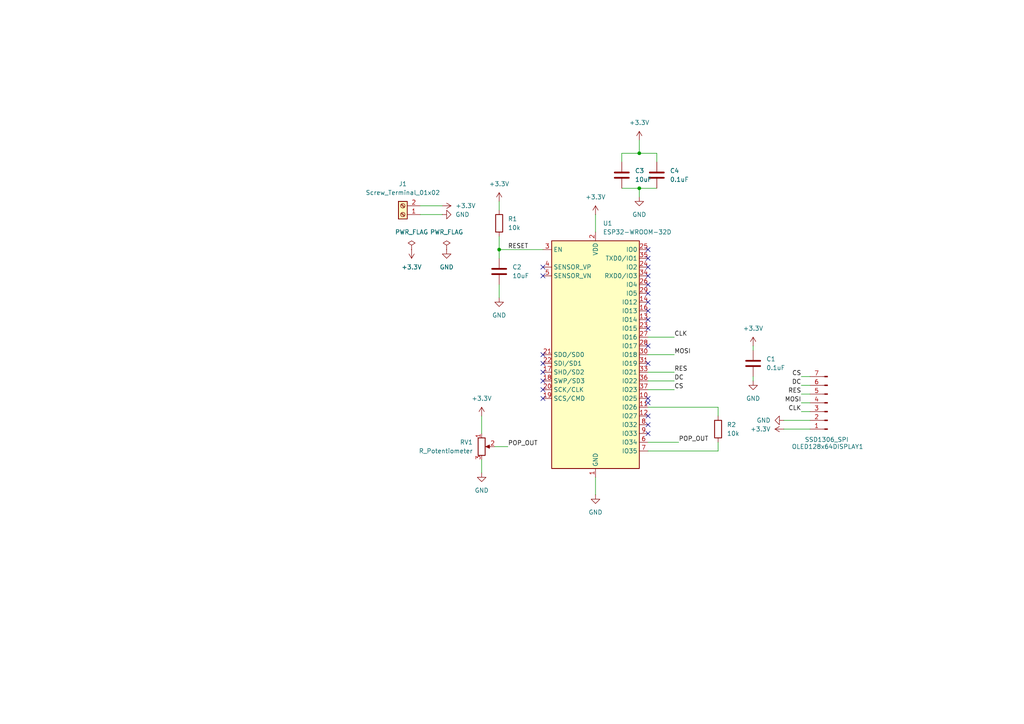
<source format=kicad_sch>
(kicad_sch
	(version 20250114)
	(generator "eeschema")
	(generator_version "9.0")
	(uuid "77518ada-dfdd-4821-be0f-d498ba9478b2")
	(paper "A4")
	(lib_symbols
		(symbol "Connector:Conn_01x07_Pin"
			(pin_names
				(offset 1.016)
				(hide yes)
			)
			(exclude_from_sim no)
			(in_bom yes)
			(on_board yes)
			(property "Reference" "J"
				(at 0 10.16 0)
				(effects
					(font
						(size 1.27 1.27)
					)
				)
			)
			(property "Value" "Conn_01x07_Pin"
				(at 0 -10.16 0)
				(effects
					(font
						(size 1.27 1.27)
					)
				)
			)
			(property "Footprint" ""
				(at 0 0 0)
				(effects
					(font
						(size 1.27 1.27)
					)
					(hide yes)
				)
			)
			(property "Datasheet" "~"
				(at 0 0 0)
				(effects
					(font
						(size 1.27 1.27)
					)
					(hide yes)
				)
			)
			(property "Description" "Generic connector, single row, 01x07, script generated"
				(at 0 0 0)
				(effects
					(font
						(size 1.27 1.27)
					)
					(hide yes)
				)
			)
			(property "ki_locked" ""
				(at 0 0 0)
				(effects
					(font
						(size 1.27 1.27)
					)
				)
			)
			(property "ki_keywords" "connector"
				(at 0 0 0)
				(effects
					(font
						(size 1.27 1.27)
					)
					(hide yes)
				)
			)
			(property "ki_fp_filters" "Connector*:*_1x??_*"
				(at 0 0 0)
				(effects
					(font
						(size 1.27 1.27)
					)
					(hide yes)
				)
			)
			(symbol "Conn_01x07_Pin_1_1"
				(rectangle
					(start 0.8636 7.747)
					(end 0 7.493)
					(stroke
						(width 0.1524)
						(type default)
					)
					(fill
						(type outline)
					)
				)
				(rectangle
					(start 0.8636 5.207)
					(end 0 4.953)
					(stroke
						(width 0.1524)
						(type default)
					)
					(fill
						(type outline)
					)
				)
				(rectangle
					(start 0.8636 2.667)
					(end 0 2.413)
					(stroke
						(width 0.1524)
						(type default)
					)
					(fill
						(type outline)
					)
				)
				(rectangle
					(start 0.8636 0.127)
					(end 0 -0.127)
					(stroke
						(width 0.1524)
						(type default)
					)
					(fill
						(type outline)
					)
				)
				(rectangle
					(start 0.8636 -2.413)
					(end 0 -2.667)
					(stroke
						(width 0.1524)
						(type default)
					)
					(fill
						(type outline)
					)
				)
				(rectangle
					(start 0.8636 -4.953)
					(end 0 -5.207)
					(stroke
						(width 0.1524)
						(type default)
					)
					(fill
						(type outline)
					)
				)
				(rectangle
					(start 0.8636 -7.493)
					(end 0 -7.747)
					(stroke
						(width 0.1524)
						(type default)
					)
					(fill
						(type outline)
					)
				)
				(polyline
					(pts
						(xy 1.27 7.62) (xy 0.8636 7.62)
					)
					(stroke
						(width 0.1524)
						(type default)
					)
					(fill
						(type none)
					)
				)
				(polyline
					(pts
						(xy 1.27 5.08) (xy 0.8636 5.08)
					)
					(stroke
						(width 0.1524)
						(type default)
					)
					(fill
						(type none)
					)
				)
				(polyline
					(pts
						(xy 1.27 2.54) (xy 0.8636 2.54)
					)
					(stroke
						(width 0.1524)
						(type default)
					)
					(fill
						(type none)
					)
				)
				(polyline
					(pts
						(xy 1.27 0) (xy 0.8636 0)
					)
					(stroke
						(width 0.1524)
						(type default)
					)
					(fill
						(type none)
					)
				)
				(polyline
					(pts
						(xy 1.27 -2.54) (xy 0.8636 -2.54)
					)
					(stroke
						(width 0.1524)
						(type default)
					)
					(fill
						(type none)
					)
				)
				(polyline
					(pts
						(xy 1.27 -5.08) (xy 0.8636 -5.08)
					)
					(stroke
						(width 0.1524)
						(type default)
					)
					(fill
						(type none)
					)
				)
				(polyline
					(pts
						(xy 1.27 -7.62) (xy 0.8636 -7.62)
					)
					(stroke
						(width 0.1524)
						(type default)
					)
					(fill
						(type none)
					)
				)
				(pin passive line
					(at 5.08 7.62 180)
					(length 3.81)
					(name "Pin_1"
						(effects
							(font
								(size 1.27 1.27)
							)
						)
					)
					(number "1"
						(effects
							(font
								(size 1.27 1.27)
							)
						)
					)
				)
				(pin passive line
					(at 5.08 5.08 180)
					(length 3.81)
					(name "Pin_2"
						(effects
							(font
								(size 1.27 1.27)
							)
						)
					)
					(number "2"
						(effects
							(font
								(size 1.27 1.27)
							)
						)
					)
				)
				(pin passive line
					(at 5.08 2.54 180)
					(length 3.81)
					(name "Pin_3"
						(effects
							(font
								(size 1.27 1.27)
							)
						)
					)
					(number "3"
						(effects
							(font
								(size 1.27 1.27)
							)
						)
					)
				)
				(pin passive line
					(at 5.08 0 180)
					(length 3.81)
					(name "Pin_4"
						(effects
							(font
								(size 1.27 1.27)
							)
						)
					)
					(number "4"
						(effects
							(font
								(size 1.27 1.27)
							)
						)
					)
				)
				(pin passive line
					(at 5.08 -2.54 180)
					(length 3.81)
					(name "Pin_5"
						(effects
							(font
								(size 1.27 1.27)
							)
						)
					)
					(number "5"
						(effects
							(font
								(size 1.27 1.27)
							)
						)
					)
				)
				(pin passive line
					(at 5.08 -5.08 180)
					(length 3.81)
					(name "Pin_6"
						(effects
							(font
								(size 1.27 1.27)
							)
						)
					)
					(number "6"
						(effects
							(font
								(size 1.27 1.27)
							)
						)
					)
				)
				(pin passive line
					(at 5.08 -7.62 180)
					(length 3.81)
					(name "Pin_7"
						(effects
							(font
								(size 1.27 1.27)
							)
						)
					)
					(number "7"
						(effects
							(font
								(size 1.27 1.27)
							)
						)
					)
				)
			)
			(embedded_fonts no)
		)
		(symbol "Connector:Screw_Terminal_01x02"
			(pin_names
				(offset 1.016)
				(hide yes)
			)
			(exclude_from_sim no)
			(in_bom yes)
			(on_board yes)
			(property "Reference" "J"
				(at 0 2.54 0)
				(effects
					(font
						(size 1.27 1.27)
					)
				)
			)
			(property "Value" "Screw_Terminal_01x02"
				(at 0 -5.08 0)
				(effects
					(font
						(size 1.27 1.27)
					)
				)
			)
			(property "Footprint" ""
				(at 0 0 0)
				(effects
					(font
						(size 1.27 1.27)
					)
					(hide yes)
				)
			)
			(property "Datasheet" "~"
				(at 0 0 0)
				(effects
					(font
						(size 1.27 1.27)
					)
					(hide yes)
				)
			)
			(property "Description" "Generic screw terminal, single row, 01x02, script generated (kicad-library-utils/schlib/autogen/connector/)"
				(at 0 0 0)
				(effects
					(font
						(size 1.27 1.27)
					)
					(hide yes)
				)
			)
			(property "ki_keywords" "screw terminal"
				(at 0 0 0)
				(effects
					(font
						(size 1.27 1.27)
					)
					(hide yes)
				)
			)
			(property "ki_fp_filters" "TerminalBlock*:*"
				(at 0 0 0)
				(effects
					(font
						(size 1.27 1.27)
					)
					(hide yes)
				)
			)
			(symbol "Screw_Terminal_01x02_1_1"
				(rectangle
					(start -1.27 1.27)
					(end 1.27 -3.81)
					(stroke
						(width 0.254)
						(type default)
					)
					(fill
						(type background)
					)
				)
				(polyline
					(pts
						(xy -0.5334 0.3302) (xy 0.3302 -0.508)
					)
					(stroke
						(width 0.1524)
						(type default)
					)
					(fill
						(type none)
					)
				)
				(polyline
					(pts
						(xy -0.5334 -2.2098) (xy 0.3302 -3.048)
					)
					(stroke
						(width 0.1524)
						(type default)
					)
					(fill
						(type none)
					)
				)
				(polyline
					(pts
						(xy -0.3556 0.508) (xy 0.508 -0.3302)
					)
					(stroke
						(width 0.1524)
						(type default)
					)
					(fill
						(type none)
					)
				)
				(polyline
					(pts
						(xy -0.3556 -2.032) (xy 0.508 -2.8702)
					)
					(stroke
						(width 0.1524)
						(type default)
					)
					(fill
						(type none)
					)
				)
				(circle
					(center 0 0)
					(radius 0.635)
					(stroke
						(width 0.1524)
						(type default)
					)
					(fill
						(type none)
					)
				)
				(circle
					(center 0 -2.54)
					(radius 0.635)
					(stroke
						(width 0.1524)
						(type default)
					)
					(fill
						(type none)
					)
				)
				(pin passive line
					(at -5.08 0 0)
					(length 3.81)
					(name "Pin_1"
						(effects
							(font
								(size 1.27 1.27)
							)
						)
					)
					(number "1"
						(effects
							(font
								(size 1.27 1.27)
							)
						)
					)
				)
				(pin passive line
					(at -5.08 -2.54 0)
					(length 3.81)
					(name "Pin_2"
						(effects
							(font
								(size 1.27 1.27)
							)
						)
					)
					(number "2"
						(effects
							(font
								(size 1.27 1.27)
							)
						)
					)
				)
			)
			(embedded_fonts no)
		)
		(symbol "Device:C"
			(pin_numbers
				(hide yes)
			)
			(pin_names
				(offset 0.254)
			)
			(exclude_from_sim no)
			(in_bom yes)
			(on_board yes)
			(property "Reference" "C"
				(at 0.635 2.54 0)
				(effects
					(font
						(size 1.27 1.27)
					)
					(justify left)
				)
			)
			(property "Value" "C"
				(at 0.635 -2.54 0)
				(effects
					(font
						(size 1.27 1.27)
					)
					(justify left)
				)
			)
			(property "Footprint" ""
				(at 0.9652 -3.81 0)
				(effects
					(font
						(size 1.27 1.27)
					)
					(hide yes)
				)
			)
			(property "Datasheet" "~"
				(at 0 0 0)
				(effects
					(font
						(size 1.27 1.27)
					)
					(hide yes)
				)
			)
			(property "Description" "Unpolarized capacitor"
				(at 0 0 0)
				(effects
					(font
						(size 1.27 1.27)
					)
					(hide yes)
				)
			)
			(property "ki_keywords" "cap capacitor"
				(at 0 0 0)
				(effects
					(font
						(size 1.27 1.27)
					)
					(hide yes)
				)
			)
			(property "ki_fp_filters" "C_*"
				(at 0 0 0)
				(effects
					(font
						(size 1.27 1.27)
					)
					(hide yes)
				)
			)
			(symbol "C_0_1"
				(polyline
					(pts
						(xy -2.032 0.762) (xy 2.032 0.762)
					)
					(stroke
						(width 0.508)
						(type default)
					)
					(fill
						(type none)
					)
				)
				(polyline
					(pts
						(xy -2.032 -0.762) (xy 2.032 -0.762)
					)
					(stroke
						(width 0.508)
						(type default)
					)
					(fill
						(type none)
					)
				)
			)
			(symbol "C_1_1"
				(pin passive line
					(at 0 3.81 270)
					(length 2.794)
					(name "~"
						(effects
							(font
								(size 1.27 1.27)
							)
						)
					)
					(number "1"
						(effects
							(font
								(size 1.27 1.27)
							)
						)
					)
				)
				(pin passive line
					(at 0 -3.81 90)
					(length 2.794)
					(name "~"
						(effects
							(font
								(size 1.27 1.27)
							)
						)
					)
					(number "2"
						(effects
							(font
								(size 1.27 1.27)
							)
						)
					)
				)
			)
			(embedded_fonts no)
		)
		(symbol "Device:R"
			(pin_numbers
				(hide yes)
			)
			(pin_names
				(offset 0)
			)
			(exclude_from_sim no)
			(in_bom yes)
			(on_board yes)
			(property "Reference" "R"
				(at 2.032 0 90)
				(effects
					(font
						(size 1.27 1.27)
					)
				)
			)
			(property "Value" "R"
				(at 0 0 90)
				(effects
					(font
						(size 1.27 1.27)
					)
				)
			)
			(property "Footprint" ""
				(at -1.778 0 90)
				(effects
					(font
						(size 1.27 1.27)
					)
					(hide yes)
				)
			)
			(property "Datasheet" "~"
				(at 0 0 0)
				(effects
					(font
						(size 1.27 1.27)
					)
					(hide yes)
				)
			)
			(property "Description" "Resistor"
				(at 0 0 0)
				(effects
					(font
						(size 1.27 1.27)
					)
					(hide yes)
				)
			)
			(property "ki_keywords" "R res resistor"
				(at 0 0 0)
				(effects
					(font
						(size 1.27 1.27)
					)
					(hide yes)
				)
			)
			(property "ki_fp_filters" "R_*"
				(at 0 0 0)
				(effects
					(font
						(size 1.27 1.27)
					)
					(hide yes)
				)
			)
			(symbol "R_0_1"
				(rectangle
					(start -1.016 -2.54)
					(end 1.016 2.54)
					(stroke
						(width 0.254)
						(type default)
					)
					(fill
						(type none)
					)
				)
			)
			(symbol "R_1_1"
				(pin passive line
					(at 0 3.81 270)
					(length 1.27)
					(name "~"
						(effects
							(font
								(size 1.27 1.27)
							)
						)
					)
					(number "1"
						(effects
							(font
								(size 1.27 1.27)
							)
						)
					)
				)
				(pin passive line
					(at 0 -3.81 90)
					(length 1.27)
					(name "~"
						(effects
							(font
								(size 1.27 1.27)
							)
						)
					)
					(number "2"
						(effects
							(font
								(size 1.27 1.27)
							)
						)
					)
				)
			)
			(embedded_fonts no)
		)
		(symbol "Device:R_Potentiometer"
			(pin_names
				(offset 1.016)
				(hide yes)
			)
			(exclude_from_sim no)
			(in_bom yes)
			(on_board yes)
			(property "Reference" "RV"
				(at -4.445 0 90)
				(effects
					(font
						(size 1.27 1.27)
					)
				)
			)
			(property "Value" "R_Potentiometer"
				(at -2.54 0 90)
				(effects
					(font
						(size 1.27 1.27)
					)
				)
			)
			(property "Footprint" ""
				(at 0 0 0)
				(effects
					(font
						(size 1.27 1.27)
					)
					(hide yes)
				)
			)
			(property "Datasheet" "~"
				(at 0 0 0)
				(effects
					(font
						(size 1.27 1.27)
					)
					(hide yes)
				)
			)
			(property "Description" "Potentiometer"
				(at 0 0 0)
				(effects
					(font
						(size 1.27 1.27)
					)
					(hide yes)
				)
			)
			(property "ki_keywords" "resistor variable"
				(at 0 0 0)
				(effects
					(font
						(size 1.27 1.27)
					)
					(hide yes)
				)
			)
			(property "ki_fp_filters" "Potentiometer*"
				(at 0 0 0)
				(effects
					(font
						(size 1.27 1.27)
					)
					(hide yes)
				)
			)
			(symbol "R_Potentiometer_0_1"
				(rectangle
					(start 1.016 2.54)
					(end -1.016 -2.54)
					(stroke
						(width 0.254)
						(type default)
					)
					(fill
						(type none)
					)
				)
				(polyline
					(pts
						(xy 1.143 0) (xy 2.286 0.508) (xy 2.286 -0.508) (xy 1.143 0)
					)
					(stroke
						(width 0)
						(type default)
					)
					(fill
						(type outline)
					)
				)
				(polyline
					(pts
						(xy 2.54 0) (xy 1.524 0)
					)
					(stroke
						(width 0)
						(type default)
					)
					(fill
						(type none)
					)
				)
			)
			(symbol "R_Potentiometer_1_1"
				(pin passive line
					(at 0 3.81 270)
					(length 1.27)
					(name "1"
						(effects
							(font
								(size 1.27 1.27)
							)
						)
					)
					(number "1"
						(effects
							(font
								(size 1.27 1.27)
							)
						)
					)
				)
				(pin passive line
					(at 0 -3.81 90)
					(length 1.27)
					(name "3"
						(effects
							(font
								(size 1.27 1.27)
							)
						)
					)
					(number "3"
						(effects
							(font
								(size 1.27 1.27)
							)
						)
					)
				)
				(pin passive line
					(at 3.81 0 180)
					(length 1.27)
					(name "2"
						(effects
							(font
								(size 1.27 1.27)
							)
						)
					)
					(number "2"
						(effects
							(font
								(size 1.27 1.27)
							)
						)
					)
				)
			)
			(embedded_fonts no)
		)
		(symbol "RF_Module:ESP32-WROOM-32D"
			(exclude_from_sim no)
			(in_bom yes)
			(on_board yes)
			(property "Reference" "U"
				(at -12.7 34.29 0)
				(effects
					(font
						(size 1.27 1.27)
					)
					(justify left)
				)
			)
			(property "Value" "ESP32-WROOM-32D"
				(at 1.27 34.29 0)
				(effects
					(font
						(size 1.27 1.27)
					)
					(justify left)
				)
			)
			(property "Footprint" "RF_Module:ESP32-WROOM-32D"
				(at 16.51 -34.29 0)
				(effects
					(font
						(size 1.27 1.27)
					)
					(hide yes)
				)
			)
			(property "Datasheet" "https://www.espressif.com/sites/default/files/documentation/esp32-wroom-32d_esp32-wroom-32u_datasheet_en.pdf"
				(at -7.62 1.27 0)
				(effects
					(font
						(size 1.27 1.27)
					)
					(hide yes)
				)
			)
			(property "Description" "RF Module, ESP32-D0WD SoC, Wi-Fi 802.11b/g/n, Bluetooth, BLE, 32-bit, 2.7-3.6V, onboard antenna, SMD"
				(at 0 0 0)
				(effects
					(font
						(size 1.27 1.27)
					)
					(hide yes)
				)
			)
			(property "ki_keywords" "RF Radio BT ESP ESP32 Espressif onboard PCB antenna"
				(at 0 0 0)
				(effects
					(font
						(size 1.27 1.27)
					)
					(hide yes)
				)
			)
			(property "ki_fp_filters" "ESP32?WROOM?32D*"
				(at 0 0 0)
				(effects
					(font
						(size 1.27 1.27)
					)
					(hide yes)
				)
			)
			(symbol "ESP32-WROOM-32D_0_1"
				(rectangle
					(start -12.7 33.02)
					(end 12.7 -33.02)
					(stroke
						(width 0.254)
						(type default)
					)
					(fill
						(type background)
					)
				)
			)
			(symbol "ESP32-WROOM-32D_1_1"
				(pin input line
					(at -15.24 30.48 0)
					(length 2.54)
					(name "EN"
						(effects
							(font
								(size 1.27 1.27)
							)
						)
					)
					(number "3"
						(effects
							(font
								(size 1.27 1.27)
							)
						)
					)
				)
				(pin input line
					(at -15.24 25.4 0)
					(length 2.54)
					(name "SENSOR_VP"
						(effects
							(font
								(size 1.27 1.27)
							)
						)
					)
					(number "4"
						(effects
							(font
								(size 1.27 1.27)
							)
						)
					)
				)
				(pin input line
					(at -15.24 22.86 0)
					(length 2.54)
					(name "SENSOR_VN"
						(effects
							(font
								(size 1.27 1.27)
							)
						)
					)
					(number "5"
						(effects
							(font
								(size 1.27 1.27)
							)
						)
					)
				)
				(pin bidirectional line
					(at -15.24 0 0)
					(length 2.54)
					(name "SDO/SD0"
						(effects
							(font
								(size 1.27 1.27)
							)
						)
					)
					(number "21"
						(effects
							(font
								(size 1.27 1.27)
							)
						)
					)
				)
				(pin bidirectional line
					(at -15.24 -2.54 0)
					(length 2.54)
					(name "SDI/SD1"
						(effects
							(font
								(size 1.27 1.27)
							)
						)
					)
					(number "22"
						(effects
							(font
								(size 1.27 1.27)
							)
						)
					)
				)
				(pin bidirectional line
					(at -15.24 -5.08 0)
					(length 2.54)
					(name "SHD/SD2"
						(effects
							(font
								(size 1.27 1.27)
							)
						)
					)
					(number "17"
						(effects
							(font
								(size 1.27 1.27)
							)
						)
					)
				)
				(pin bidirectional line
					(at -15.24 -7.62 0)
					(length 2.54)
					(name "SWP/SD3"
						(effects
							(font
								(size 1.27 1.27)
							)
						)
					)
					(number "18"
						(effects
							(font
								(size 1.27 1.27)
							)
						)
					)
				)
				(pin bidirectional line
					(at -15.24 -10.16 0)
					(length 2.54)
					(name "SCK/CLK"
						(effects
							(font
								(size 1.27 1.27)
							)
						)
					)
					(number "20"
						(effects
							(font
								(size 1.27 1.27)
							)
						)
					)
				)
				(pin bidirectional line
					(at -15.24 -12.7 0)
					(length 2.54)
					(name "SCS/CMD"
						(effects
							(font
								(size 1.27 1.27)
							)
						)
					)
					(number "19"
						(effects
							(font
								(size 1.27 1.27)
							)
						)
					)
				)
				(pin no_connect line
					(at -12.7 -27.94 0)
					(length 2.54)
					(hide yes)
					(name "NC"
						(effects
							(font
								(size 1.27 1.27)
							)
						)
					)
					(number "32"
						(effects
							(font
								(size 1.27 1.27)
							)
						)
					)
				)
				(pin power_in line
					(at 0 35.56 270)
					(length 2.54)
					(name "VDD"
						(effects
							(font
								(size 1.27 1.27)
							)
						)
					)
					(number "2"
						(effects
							(font
								(size 1.27 1.27)
							)
						)
					)
				)
				(pin power_in line
					(at 0 -35.56 90)
					(length 2.54)
					(name "GND"
						(effects
							(font
								(size 1.27 1.27)
							)
						)
					)
					(number "1"
						(effects
							(font
								(size 1.27 1.27)
							)
						)
					)
				)
				(pin passive line
					(at 0 -35.56 90)
					(length 2.54)
					(hide yes)
					(name "GND"
						(effects
							(font
								(size 1.27 1.27)
							)
						)
					)
					(number "15"
						(effects
							(font
								(size 1.27 1.27)
							)
						)
					)
				)
				(pin passive line
					(at 0 -35.56 90)
					(length 2.54)
					(hide yes)
					(name "GND"
						(effects
							(font
								(size 1.27 1.27)
							)
						)
					)
					(number "38"
						(effects
							(font
								(size 1.27 1.27)
							)
						)
					)
				)
				(pin passive line
					(at 0 -35.56 90)
					(length 2.54)
					(hide yes)
					(name "GND"
						(effects
							(font
								(size 1.27 1.27)
							)
						)
					)
					(number "39"
						(effects
							(font
								(size 1.27 1.27)
							)
						)
					)
				)
				(pin bidirectional line
					(at 15.24 30.48 180)
					(length 2.54)
					(name "IO0"
						(effects
							(font
								(size 1.27 1.27)
							)
						)
					)
					(number "25"
						(effects
							(font
								(size 1.27 1.27)
							)
						)
					)
				)
				(pin bidirectional line
					(at 15.24 27.94 180)
					(length 2.54)
					(name "TXD0/IO1"
						(effects
							(font
								(size 1.27 1.27)
							)
						)
					)
					(number "35"
						(effects
							(font
								(size 1.27 1.27)
							)
						)
					)
				)
				(pin bidirectional line
					(at 15.24 25.4 180)
					(length 2.54)
					(name "IO2"
						(effects
							(font
								(size 1.27 1.27)
							)
						)
					)
					(number "24"
						(effects
							(font
								(size 1.27 1.27)
							)
						)
					)
				)
				(pin bidirectional line
					(at 15.24 22.86 180)
					(length 2.54)
					(name "RXD0/IO3"
						(effects
							(font
								(size 1.27 1.27)
							)
						)
					)
					(number "34"
						(effects
							(font
								(size 1.27 1.27)
							)
						)
					)
				)
				(pin bidirectional line
					(at 15.24 20.32 180)
					(length 2.54)
					(name "IO4"
						(effects
							(font
								(size 1.27 1.27)
							)
						)
					)
					(number "26"
						(effects
							(font
								(size 1.27 1.27)
							)
						)
					)
				)
				(pin bidirectional line
					(at 15.24 17.78 180)
					(length 2.54)
					(name "IO5"
						(effects
							(font
								(size 1.27 1.27)
							)
						)
					)
					(number "29"
						(effects
							(font
								(size 1.27 1.27)
							)
						)
					)
				)
				(pin bidirectional line
					(at 15.24 15.24 180)
					(length 2.54)
					(name "IO12"
						(effects
							(font
								(size 1.27 1.27)
							)
						)
					)
					(number "14"
						(effects
							(font
								(size 1.27 1.27)
							)
						)
					)
				)
				(pin bidirectional line
					(at 15.24 12.7 180)
					(length 2.54)
					(name "IO13"
						(effects
							(font
								(size 1.27 1.27)
							)
						)
					)
					(number "16"
						(effects
							(font
								(size 1.27 1.27)
							)
						)
					)
				)
				(pin bidirectional line
					(at 15.24 10.16 180)
					(length 2.54)
					(name "IO14"
						(effects
							(font
								(size 1.27 1.27)
							)
						)
					)
					(number "13"
						(effects
							(font
								(size 1.27 1.27)
							)
						)
					)
				)
				(pin bidirectional line
					(at 15.24 7.62 180)
					(length 2.54)
					(name "IO15"
						(effects
							(font
								(size 1.27 1.27)
							)
						)
					)
					(number "23"
						(effects
							(font
								(size 1.27 1.27)
							)
						)
					)
				)
				(pin bidirectional line
					(at 15.24 5.08 180)
					(length 2.54)
					(name "IO16"
						(effects
							(font
								(size 1.27 1.27)
							)
						)
					)
					(number "27"
						(effects
							(font
								(size 1.27 1.27)
							)
						)
					)
				)
				(pin bidirectional line
					(at 15.24 2.54 180)
					(length 2.54)
					(name "IO17"
						(effects
							(font
								(size 1.27 1.27)
							)
						)
					)
					(number "28"
						(effects
							(font
								(size 1.27 1.27)
							)
						)
					)
				)
				(pin bidirectional line
					(at 15.24 0 180)
					(length 2.54)
					(name "IO18"
						(effects
							(font
								(size 1.27 1.27)
							)
						)
					)
					(number "30"
						(effects
							(font
								(size 1.27 1.27)
							)
						)
					)
				)
				(pin bidirectional line
					(at 15.24 -2.54 180)
					(length 2.54)
					(name "IO19"
						(effects
							(font
								(size 1.27 1.27)
							)
						)
					)
					(number "31"
						(effects
							(font
								(size 1.27 1.27)
							)
						)
					)
				)
				(pin bidirectional line
					(at 15.24 -5.08 180)
					(length 2.54)
					(name "IO21"
						(effects
							(font
								(size 1.27 1.27)
							)
						)
					)
					(number "33"
						(effects
							(font
								(size 1.27 1.27)
							)
						)
					)
				)
				(pin bidirectional line
					(at 15.24 -7.62 180)
					(length 2.54)
					(name "IO22"
						(effects
							(font
								(size 1.27 1.27)
							)
						)
					)
					(number "36"
						(effects
							(font
								(size 1.27 1.27)
							)
						)
					)
				)
				(pin bidirectional line
					(at 15.24 -10.16 180)
					(length 2.54)
					(name "IO23"
						(effects
							(font
								(size 1.27 1.27)
							)
						)
					)
					(number "37"
						(effects
							(font
								(size 1.27 1.27)
							)
						)
					)
				)
				(pin bidirectional line
					(at 15.24 -12.7 180)
					(length 2.54)
					(name "IO25"
						(effects
							(font
								(size 1.27 1.27)
							)
						)
					)
					(number "10"
						(effects
							(font
								(size 1.27 1.27)
							)
						)
					)
				)
				(pin bidirectional line
					(at 15.24 -15.24 180)
					(length 2.54)
					(name "IO26"
						(effects
							(font
								(size 1.27 1.27)
							)
						)
					)
					(number "11"
						(effects
							(font
								(size 1.27 1.27)
							)
						)
					)
				)
				(pin bidirectional line
					(at 15.24 -17.78 180)
					(length 2.54)
					(name "IO27"
						(effects
							(font
								(size 1.27 1.27)
							)
						)
					)
					(number "12"
						(effects
							(font
								(size 1.27 1.27)
							)
						)
					)
				)
				(pin bidirectional line
					(at 15.24 -20.32 180)
					(length 2.54)
					(name "IO32"
						(effects
							(font
								(size 1.27 1.27)
							)
						)
					)
					(number "8"
						(effects
							(font
								(size 1.27 1.27)
							)
						)
					)
				)
				(pin bidirectional line
					(at 15.24 -22.86 180)
					(length 2.54)
					(name "IO33"
						(effects
							(font
								(size 1.27 1.27)
							)
						)
					)
					(number "9"
						(effects
							(font
								(size 1.27 1.27)
							)
						)
					)
				)
				(pin input line
					(at 15.24 -25.4 180)
					(length 2.54)
					(name "IO34"
						(effects
							(font
								(size 1.27 1.27)
							)
						)
					)
					(number "6"
						(effects
							(font
								(size 1.27 1.27)
							)
						)
					)
				)
				(pin input line
					(at 15.24 -27.94 180)
					(length 2.54)
					(name "IO35"
						(effects
							(font
								(size 1.27 1.27)
							)
						)
					)
					(number "7"
						(effects
							(font
								(size 1.27 1.27)
							)
						)
					)
				)
			)
			(embedded_fonts no)
		)
		(symbol "power:+3.3V"
			(power)
			(pin_numbers
				(hide yes)
			)
			(pin_names
				(offset 0)
				(hide yes)
			)
			(exclude_from_sim no)
			(in_bom yes)
			(on_board yes)
			(property "Reference" "#PWR"
				(at 0 -3.81 0)
				(effects
					(font
						(size 1.27 1.27)
					)
					(hide yes)
				)
			)
			(property "Value" "+3.3V"
				(at 0 3.556 0)
				(effects
					(font
						(size 1.27 1.27)
					)
				)
			)
			(property "Footprint" ""
				(at 0 0 0)
				(effects
					(font
						(size 1.27 1.27)
					)
					(hide yes)
				)
			)
			(property "Datasheet" ""
				(at 0 0 0)
				(effects
					(font
						(size 1.27 1.27)
					)
					(hide yes)
				)
			)
			(property "Description" "Power symbol creates a global label with name \"+3.3V\""
				(at 0 0 0)
				(effects
					(font
						(size 1.27 1.27)
					)
					(hide yes)
				)
			)
			(property "ki_keywords" "global power"
				(at 0 0 0)
				(effects
					(font
						(size 1.27 1.27)
					)
					(hide yes)
				)
			)
			(symbol "+3.3V_0_1"
				(polyline
					(pts
						(xy -0.762 1.27) (xy 0 2.54)
					)
					(stroke
						(width 0)
						(type default)
					)
					(fill
						(type none)
					)
				)
				(polyline
					(pts
						(xy 0 2.54) (xy 0.762 1.27)
					)
					(stroke
						(width 0)
						(type default)
					)
					(fill
						(type none)
					)
				)
				(polyline
					(pts
						(xy 0 0) (xy 0 2.54)
					)
					(stroke
						(width 0)
						(type default)
					)
					(fill
						(type none)
					)
				)
			)
			(symbol "+3.3V_1_1"
				(pin power_in line
					(at 0 0 90)
					(length 0)
					(name "~"
						(effects
							(font
								(size 1.27 1.27)
							)
						)
					)
					(number "1"
						(effects
							(font
								(size 1.27 1.27)
							)
						)
					)
				)
			)
			(embedded_fonts no)
		)
		(symbol "power:GND"
			(power)
			(pin_numbers
				(hide yes)
			)
			(pin_names
				(offset 0)
				(hide yes)
			)
			(exclude_from_sim no)
			(in_bom yes)
			(on_board yes)
			(property "Reference" "#PWR"
				(at 0 -6.35 0)
				(effects
					(font
						(size 1.27 1.27)
					)
					(hide yes)
				)
			)
			(property "Value" "GND"
				(at 0 -3.81 0)
				(effects
					(font
						(size 1.27 1.27)
					)
				)
			)
			(property "Footprint" ""
				(at 0 0 0)
				(effects
					(font
						(size 1.27 1.27)
					)
					(hide yes)
				)
			)
			(property "Datasheet" ""
				(at 0 0 0)
				(effects
					(font
						(size 1.27 1.27)
					)
					(hide yes)
				)
			)
			(property "Description" "Power symbol creates a global label with name \"GND\" , ground"
				(at 0 0 0)
				(effects
					(font
						(size 1.27 1.27)
					)
					(hide yes)
				)
			)
			(property "ki_keywords" "global power"
				(at 0 0 0)
				(effects
					(font
						(size 1.27 1.27)
					)
					(hide yes)
				)
			)
			(symbol "GND_0_1"
				(polyline
					(pts
						(xy 0 0) (xy 0 -1.27) (xy 1.27 -1.27) (xy 0 -2.54) (xy -1.27 -1.27) (xy 0 -1.27)
					)
					(stroke
						(width 0)
						(type default)
					)
					(fill
						(type none)
					)
				)
			)
			(symbol "GND_1_1"
				(pin power_in line
					(at 0 0 270)
					(length 0)
					(name "~"
						(effects
							(font
								(size 1.27 1.27)
							)
						)
					)
					(number "1"
						(effects
							(font
								(size 1.27 1.27)
							)
						)
					)
				)
			)
			(embedded_fonts no)
		)
		(symbol "power:PWR_FLAG"
			(power)
			(pin_numbers
				(hide yes)
			)
			(pin_names
				(offset 0)
				(hide yes)
			)
			(exclude_from_sim no)
			(in_bom yes)
			(on_board yes)
			(property "Reference" "#FLG"
				(at 0 1.905 0)
				(effects
					(font
						(size 1.27 1.27)
					)
					(hide yes)
				)
			)
			(property "Value" "PWR_FLAG"
				(at 0 3.81 0)
				(effects
					(font
						(size 1.27 1.27)
					)
				)
			)
			(property "Footprint" ""
				(at 0 0 0)
				(effects
					(font
						(size 1.27 1.27)
					)
					(hide yes)
				)
			)
			(property "Datasheet" "~"
				(at 0 0 0)
				(effects
					(font
						(size 1.27 1.27)
					)
					(hide yes)
				)
			)
			(property "Description" "Special symbol for telling ERC where power comes from"
				(at 0 0 0)
				(effects
					(font
						(size 1.27 1.27)
					)
					(hide yes)
				)
			)
			(property "ki_keywords" "flag power"
				(at 0 0 0)
				(effects
					(font
						(size 1.27 1.27)
					)
					(hide yes)
				)
			)
			(symbol "PWR_FLAG_0_0"
				(pin power_out line
					(at 0 0 90)
					(length 0)
					(name "~"
						(effects
							(font
								(size 1.27 1.27)
							)
						)
					)
					(number "1"
						(effects
							(font
								(size 1.27 1.27)
							)
						)
					)
				)
			)
			(symbol "PWR_FLAG_0_1"
				(polyline
					(pts
						(xy 0 0) (xy 0 1.27) (xy -1.016 1.905) (xy 0 2.54) (xy 1.016 1.905) (xy 0 1.27)
					)
					(stroke
						(width 0)
						(type default)
					)
					(fill
						(type none)
					)
				)
			)
			(embedded_fonts no)
		)
	)
	(junction
		(at 185.42 44.45)
		(diameter 0)
		(color 0 0 0 0)
		(uuid "51202c1e-8423-4765-a5c4-6a36ebd6ac31")
	)
	(junction
		(at 144.78 72.39)
		(diameter 0)
		(color 0 0 0 0)
		(uuid "950fd137-e1c0-49b2-aae1-d8b6ee770c01")
	)
	(junction
		(at 185.42 54.61)
		(diameter 0)
		(color 0 0 0 0)
		(uuid "e818a5f2-940a-4603-b756-4e15283a8d06")
	)
	(no_connect
		(at 187.96 120.65)
		(uuid "023532a7-723e-47e1-bc23-b9ef4976e1c0")
	)
	(no_connect
		(at 157.48 77.47)
		(uuid "05fcc481-f692-401e-9bae-33c23c8c9d5b")
	)
	(no_connect
		(at 157.48 110.49)
		(uuid "158ef8fe-e749-40dc-897e-10c0a9cf9597")
	)
	(no_connect
		(at 187.96 115.57)
		(uuid "2a8544a2-5622-4f4e-93f1-f24bb43cc57f")
	)
	(no_connect
		(at 187.96 105.41)
		(uuid "3092da53-6cc7-4559-ac65-c4d8dc706e8b")
	)
	(no_connect
		(at 187.96 72.39)
		(uuid "322ec527-82f8-4b1a-a922-64b28833c3a1")
	)
	(no_connect
		(at 187.96 123.19)
		(uuid "3a97bf8c-bca0-4fe9-8557-81ef5fae18e7")
	)
	(no_connect
		(at 187.96 74.93)
		(uuid "3bea1a76-8e0f-45c2-aea9-a2dfa01ec3de")
	)
	(no_connect
		(at 187.96 116.84)
		(uuid "49913c8c-03b0-4336-a414-bd91bdd07a7c")
	)
	(no_connect
		(at 187.96 95.25)
		(uuid "504e2992-353c-48aa-9bba-8260460277ec")
	)
	(no_connect
		(at 157.48 80.01)
		(uuid "58eb8b25-f34b-4850-aea5-da8fd99ac226")
	)
	(no_connect
		(at 187.96 77.47)
		(uuid "863d414a-f336-43a1-96b2-a071521bdae4")
	)
	(no_connect
		(at 187.96 80.01)
		(uuid "92a8e74c-2c73-430f-89be-55100da56ac9")
	)
	(no_connect
		(at 157.48 105.41)
		(uuid "93a5b1ea-ff95-4f5d-aca7-7745d2ac791c")
	)
	(no_connect
		(at 187.96 125.73)
		(uuid "9bb950d5-cefa-429d-9530-fa93f28ffdf5")
	)
	(no_connect
		(at 187.96 92.71)
		(uuid "adfed345-f84f-4427-a879-7a0461cd9898")
	)
	(no_connect
		(at 187.96 85.09)
		(uuid "b251f052-e86e-4908-84b4-96f2651032a3")
	)
	(no_connect
		(at 187.96 87.63)
		(uuid "c1f67182-9bea-4624-bc29-6e51b3001f69")
	)
	(no_connect
		(at 187.96 82.55)
		(uuid "c321ab48-8666-401f-807d-6a702874937e")
	)
	(no_connect
		(at 157.48 107.95)
		(uuid "dc4c3f63-8b33-4678-afb5-0b405357ab90")
	)
	(no_connect
		(at 157.48 115.57)
		(uuid "de0b8875-fc5a-422f-a03b-2b4bef616168")
	)
	(no_connect
		(at 157.48 102.87)
		(uuid "e0fa878f-ea7a-4547-9c5c-42ea5a560af7")
	)
	(no_connect
		(at 157.48 113.03)
		(uuid "e41375ea-e0ed-4403-8b3f-b64a4cf34458")
	)
	(no_connect
		(at 187.96 90.17)
		(uuid "e44a892c-02af-4725-8041-b2f2a2cd2db4")
	)
	(no_connect
		(at 187.96 100.33)
		(uuid "f9a315b5-6211-464e-94a0-f7ccdccea6d6")
	)
	(wire
		(pts
			(xy 187.96 110.49) (xy 195.58 110.49)
		)
		(stroke
			(width 0)
			(type default)
		)
		(uuid "068595a4-ec3e-4cdc-ac45-6e59522ee658")
	)
	(wire
		(pts
			(xy 121.92 59.69) (xy 128.27 59.69)
		)
		(stroke
			(width 0)
			(type default)
		)
		(uuid "1213fba7-10e8-4732-97d9-cba7c2019ea7")
	)
	(wire
		(pts
			(xy 218.44 109.22) (xy 218.44 110.49)
		)
		(stroke
			(width 0)
			(type default)
		)
		(uuid "1359da5b-032b-416b-ba3e-a539f703072d")
	)
	(wire
		(pts
			(xy 234.95 124.46) (xy 227.33 124.46)
		)
		(stroke
			(width 0)
			(type default)
		)
		(uuid "1a7ec797-f1b7-49c3-b7b9-659ec7a57034")
	)
	(wire
		(pts
			(xy 190.5 44.45) (xy 185.42 44.45)
		)
		(stroke
			(width 0)
			(type default)
		)
		(uuid "2e967b84-3e1c-43b8-9adb-20b0ca545611")
	)
	(wire
		(pts
			(xy 121.92 62.23) (xy 128.27 62.23)
		)
		(stroke
			(width 0)
			(type default)
		)
		(uuid "395cea92-0e8d-404c-a97f-3f69e7a5814d")
	)
	(wire
		(pts
			(xy 185.42 44.45) (xy 180.34 44.45)
		)
		(stroke
			(width 0)
			(type default)
		)
		(uuid "3bc314ba-6b7b-44b3-a2f8-a4ff39d58247")
	)
	(wire
		(pts
			(xy 234.95 114.3) (xy 232.41 114.3)
		)
		(stroke
			(width 0)
			(type default)
		)
		(uuid "3c89da06-697e-49a7-97d0-02b9cfa5271c")
	)
	(wire
		(pts
			(xy 190.5 46.99) (xy 190.5 44.45)
		)
		(stroke
			(width 0)
			(type default)
		)
		(uuid "3dd4605c-c726-4578-b954-39a92bf21992")
	)
	(wire
		(pts
			(xy 187.96 97.79) (xy 195.58 97.79)
		)
		(stroke
			(width 0)
			(type default)
		)
		(uuid "424c3d21-b5d4-4855-8ef2-ff699efa7a08")
	)
	(wire
		(pts
			(xy 208.28 118.11) (xy 208.28 120.65)
		)
		(stroke
			(width 0)
			(type default)
		)
		(uuid "4254c5d3-917a-4d88-a59c-57aad6957e5f")
	)
	(wire
		(pts
			(xy 234.95 116.84) (xy 232.41 116.84)
		)
		(stroke
			(width 0)
			(type default)
		)
		(uuid "42df8085-70d3-40db-b3c0-524d269e92a3")
	)
	(wire
		(pts
			(xy 187.96 113.03) (xy 195.58 113.03)
		)
		(stroke
			(width 0)
			(type default)
		)
		(uuid "4ce4fe76-b478-494d-96d4-75ed43cabe54")
	)
	(wire
		(pts
			(xy 144.78 68.58) (xy 144.78 72.39)
		)
		(stroke
			(width 0)
			(type default)
		)
		(uuid "4cfb2917-112f-4056-8f06-69d7a1004112")
	)
	(wire
		(pts
			(xy 180.34 54.61) (xy 185.42 54.61)
		)
		(stroke
			(width 0)
			(type default)
		)
		(uuid "56213748-fde7-4084-95d0-5606fd26bcb2")
	)
	(wire
		(pts
			(xy 234.95 109.22) (xy 232.41 109.22)
		)
		(stroke
			(width 0)
			(type default)
		)
		(uuid "62c2fbd6-0d45-4700-87d5-804e1faaef7c")
	)
	(wire
		(pts
			(xy 139.7 133.35) (xy 139.7 137.16)
		)
		(stroke
			(width 0)
			(type default)
		)
		(uuid "65831e01-836e-4b4e-9f9b-20b57c10ac7a")
	)
	(wire
		(pts
			(xy 185.42 54.61) (xy 185.42 57.15)
		)
		(stroke
			(width 0)
			(type default)
		)
		(uuid "7a46caf7-09aa-48f9-9b88-d1ccd52cb014")
	)
	(wire
		(pts
			(xy 185.42 40.64) (xy 185.42 44.45)
		)
		(stroke
			(width 0)
			(type default)
		)
		(uuid "84f3fcc6-7e62-4d44-880f-79ef894baaf0")
	)
	(wire
		(pts
			(xy 187.96 118.11) (xy 208.28 118.11)
		)
		(stroke
			(width 0)
			(type default)
		)
		(uuid "87e6c79d-6e84-45aa-9c04-0ce0dcd30f16")
	)
	(wire
		(pts
			(xy 144.78 72.39) (xy 157.48 72.39)
		)
		(stroke
			(width 0)
			(type default)
		)
		(uuid "9f080fb0-a90f-441d-9dba-f6e7454d9737")
	)
	(wire
		(pts
			(xy 208.28 128.27) (xy 208.28 130.81)
		)
		(stroke
			(width 0)
			(type default)
		)
		(uuid "a2783cb6-7806-4016-9543-c024c0eb8bc4")
	)
	(wire
		(pts
			(xy 144.78 72.39) (xy 144.78 74.93)
		)
		(stroke
			(width 0)
			(type default)
		)
		(uuid "a669e4ea-79c5-47ff-b9a5-9156ebcb972f")
	)
	(wire
		(pts
			(xy 234.95 119.38) (xy 232.41 119.38)
		)
		(stroke
			(width 0)
			(type default)
		)
		(uuid "acfd760b-a055-49fe-aa2d-a92c08aa27de")
	)
	(wire
		(pts
			(xy 234.95 111.76) (xy 232.41 111.76)
		)
		(stroke
			(width 0)
			(type default)
		)
		(uuid "ad6de813-4436-44b0-95cb-848fe2c0bd36")
	)
	(wire
		(pts
			(xy 187.96 130.81) (xy 208.28 130.81)
		)
		(stroke
			(width 0)
			(type default)
		)
		(uuid "b07d2ad9-4b9a-49a3-8f7c-1001a5c5b6dc")
	)
	(wire
		(pts
			(xy 187.96 102.87) (xy 195.58 102.87)
		)
		(stroke
			(width 0)
			(type default)
		)
		(uuid "b0bc92f0-c24b-42d7-9d71-ce1169c7d5f4")
	)
	(wire
		(pts
			(xy 180.34 44.45) (xy 180.34 46.99)
		)
		(stroke
			(width 0)
			(type default)
		)
		(uuid "b801821a-0fe5-48cd-b17d-b1eb48895518")
	)
	(wire
		(pts
			(xy 139.7 120.65) (xy 139.7 125.73)
		)
		(stroke
			(width 0)
			(type default)
		)
		(uuid "bd356e50-33a9-4560-b290-23f59b91e6de")
	)
	(wire
		(pts
			(xy 218.44 100.33) (xy 218.44 101.6)
		)
		(stroke
			(width 0)
			(type default)
		)
		(uuid "c03f14e2-dd34-4626-a40c-9670ba0f7324")
	)
	(wire
		(pts
			(xy 172.72 62.23) (xy 172.72 67.31)
		)
		(stroke
			(width 0)
			(type default)
		)
		(uuid "d07d4697-c27c-488b-af4c-8a5e372822fd")
	)
	(wire
		(pts
			(xy 144.78 58.42) (xy 144.78 60.96)
		)
		(stroke
			(width 0)
			(type default)
		)
		(uuid "dc9bf785-20cf-409d-8896-e6a657754237")
	)
	(wire
		(pts
			(xy 185.42 54.61) (xy 190.5 54.61)
		)
		(stroke
			(width 0)
			(type default)
		)
		(uuid "ddb79c88-5452-47c6-8356-bb42a360af5a")
	)
	(wire
		(pts
			(xy 187.96 107.95) (xy 195.58 107.95)
		)
		(stroke
			(width 0)
			(type default)
		)
		(uuid "e25b4685-7230-4ed3-8517-a029daa216d0")
	)
	(wire
		(pts
			(xy 187.96 128.27) (xy 196.85 128.27)
		)
		(stroke
			(width 0)
			(type default)
		)
		(uuid "e690de3a-13d6-43c0-a3eb-e2c514311582")
	)
	(wire
		(pts
			(xy 234.95 121.92) (xy 227.33 121.92)
		)
		(stroke
			(width 0)
			(type default)
		)
		(uuid "e8e62791-bf1e-4722-914a-3d99b3e71709")
	)
	(wire
		(pts
			(xy 143.51 129.54) (xy 147.32 129.54)
		)
		(stroke
			(width 0)
			(type default)
		)
		(uuid "eda7d078-ef76-420f-a662-a33b1d54fa3d")
	)
	(wire
		(pts
			(xy 172.72 138.43) (xy 172.72 143.51)
		)
		(stroke
			(width 0)
			(type default)
		)
		(uuid "f4a0bd42-403d-4996-ba80-b13d80c63c5c")
	)
	(wire
		(pts
			(xy 144.78 82.55) (xy 144.78 86.36)
		)
		(stroke
			(width 0)
			(type default)
		)
		(uuid "f53353a8-08d0-47ac-a249-07a7193775ba")
	)
	(label "RES"
		(at 232.41 114.3 180)
		(effects
			(font
				(size 1.27 1.27)
			)
			(justify right bottom)
		)
		(uuid "06aea2eb-4142-4e49-9c38-75c272900a56")
	)
	(label "CLK"
		(at 195.58 97.79 0)
		(effects
			(font
				(size 1.27 1.27)
			)
			(justify left bottom)
		)
		(uuid "1789eaa8-c552-4660-9f7e-3c03b00627c6")
	)
	(label "POP_OUT"
		(at 196.85 128.27 0)
		(effects
			(font
				(size 1.27 1.27)
			)
			(justify left bottom)
		)
		(uuid "2f711101-d923-4349-a8ae-55fad31d4ec2")
	)
	(label "DC"
		(at 232.41 111.76 180)
		(effects
			(font
				(size 1.27 1.27)
			)
			(justify right bottom)
		)
		(uuid "3ec6571b-3921-45ae-abae-6e0cf596d5bd")
	)
	(label "CS"
		(at 195.58 113.03 0)
		(effects
			(font
				(size 1.27 1.27)
			)
			(justify left bottom)
		)
		(uuid "4d52c332-1dc2-49b8-94fa-5181a78110b6")
	)
	(label "MOSI"
		(at 232.41 116.84 180)
		(effects
			(font
				(size 1.27 1.27)
			)
			(justify right bottom)
		)
		(uuid "4f547056-0914-4bce-8a44-b600d4ee34e6")
	)
	(label "CLK"
		(at 232.41 119.38 180)
		(effects
			(font
				(size 1.27 1.27)
			)
			(justify right bottom)
		)
		(uuid "59acf231-fdff-4c0b-8f21-54bc94129a80")
	)
	(label "CS"
		(at 232.41 109.22 180)
		(effects
			(font
				(size 1.27 1.27)
			)
			(justify right bottom)
		)
		(uuid "844e9654-1f41-466d-bc1e-5fb973a832d8")
	)
	(label "DC"
		(at 195.58 110.49 0)
		(effects
			(font
				(size 1.27 1.27)
			)
			(justify left bottom)
		)
		(uuid "863205de-8872-4bb0-8e34-34b024aba93a")
	)
	(label "RESET"
		(at 147.32 72.39 0)
		(effects
			(font
				(size 1.27 1.27)
			)
			(justify left bottom)
		)
		(uuid "c1320883-d77c-46da-bdae-24e42b7963b4")
	)
	(label "RES"
		(at 195.58 107.95 0)
		(effects
			(font
				(size 1.27 1.27)
			)
			(justify left bottom)
		)
		(uuid "e48a068e-14d5-41b3-a0b9-c17c07c0fecd")
	)
	(label "MOSI"
		(at 195.58 102.87 0)
		(effects
			(font
				(size 1.27 1.27)
			)
			(justify left bottom)
		)
		(uuid "e63eeeb2-6603-44e9-b25a-1c55061071aa")
	)
	(label "POP_OUT"
		(at 147.32 129.54 0)
		(effects
			(font
				(size 1.27 1.27)
			)
			(justify left bottom)
		)
		(uuid "f41c001c-c7c9-445f-9024-012cee2d5fe9")
	)
	(symbol
		(lib_id "power:GND")
		(at 144.78 86.36 0)
		(unit 1)
		(exclude_from_sim no)
		(in_bom yes)
		(on_board yes)
		(dnp no)
		(fields_autoplaced yes)
		(uuid "021489b9-d203-4d0c-a0cf-801bb0d716c4")
		(property "Reference" "#PWR0114"
			(at 144.78 92.71 0)
			(effects
				(font
					(size 1.27 1.27)
				)
				(hide yes)
			)
		)
		(property "Value" "GND"
			(at 144.78 91.44 0)
			(effects
				(font
					(size 1.27 1.27)
				)
			)
		)
		(property "Footprint" ""
			(at 144.78 86.36 0)
			(effects
				(font
					(size 1.27 1.27)
				)
				(hide yes)
			)
		)
		(property "Datasheet" ""
			(at 144.78 86.36 0)
			(effects
				(font
					(size 1.27 1.27)
				)
				(hide yes)
			)
		)
		(property "Description" "Power symbol creates a global label with name \"GND\" , ground"
			(at 144.78 86.36 0)
			(effects
				(font
					(size 1.27 1.27)
				)
				(hide yes)
			)
		)
		(pin "1"
			(uuid "fde58a0b-a159-4e46-9eed-dae1b6b5dd77")
		)
		(instances
			(project ""
				(path "/33ab832c-2638-4d11-ac35-6ada620571ce"
					(reference "#PWR011")
					(unit 1)
				)
			)
			(project ""
				(path "/77518ada-dfdd-4821-be0f-d498ba9478b2"
					(reference "#PWR0114")
					(unit 1)
				)
			)
		)
	)
	(symbol
		(lib_id "power:GND")
		(at 185.42 57.15 0)
		(unit 1)
		(exclude_from_sim no)
		(in_bom yes)
		(on_board yes)
		(dnp no)
		(fields_autoplaced yes)
		(uuid "118c163f-11a8-497a-b613-df841800044f")
		(property "Reference" "#PWR0103"
			(at 185.42 63.5 0)
			(effects
				(font
					(size 1.27 1.27)
				)
				(hide yes)
			)
		)
		(property "Value" "GND"
			(at 185.42 62.23 0)
			(effects
				(font
					(size 1.27 1.27)
				)
			)
		)
		(property "Footprint" ""
			(at 185.42 57.15 0)
			(effects
				(font
					(size 1.27 1.27)
				)
				(hide yes)
			)
		)
		(property "Datasheet" ""
			(at 185.42 57.15 0)
			(effects
				(font
					(size 1.27 1.27)
				)
				(hide yes)
			)
		)
		(property "Description" "Power symbol creates a global label with name \"GND\" , ground"
			(at 185.42 57.15 0)
			(effects
				(font
					(size 1.27 1.27)
				)
				(hide yes)
			)
		)
		(pin "1"
			(uuid "3240a609-2df9-40ce-994b-e7811ddf4a9c")
		)
		(instances
			(project ""
				(path "/33ab832c-2638-4d11-ac35-6ada620571ce"
					(reference "#PWR014")
					(unit 1)
				)
			)
			(project ""
				(path "/77518ada-dfdd-4821-be0f-d498ba9478b2"
					(reference "#PWR0103")
					(unit 1)
				)
			)
		)
	)
	(symbol
		(lib_id "RF_Module:ESP32-WROOM-32D")
		(at 172.72 102.87 0)
		(unit 1)
		(exclude_from_sim no)
		(in_bom yes)
		(on_board yes)
		(dnp no)
		(fields_autoplaced yes)
		(uuid "12c7595e-d131-485b-8532-0572624cfa9d")
		(property "Reference" "U1"
			(at 174.8633 64.77 0)
			(effects
				(font
					(size 1.27 1.27)
				)
				(justify left)
			)
		)
		(property "Value" "ESP32-WROOM-32D"
			(at 174.8633 67.31 0)
			(effects
				(font
					(size 1.27 1.27)
				)
				(justify left)
			)
		)
		(property "Footprint" "RF_Module:ESP32-WROOM-32D"
			(at 189.23 137.16 0)
			(effects
				(font
					(size 1.27 1.27)
				)
				(hide yes)
			)
		)
		(property "Datasheet" "https://www.espressif.com/sites/default/files/documentation/esp32-wroom-32d_esp32-wroom-32u_datasheet_en.pdf"
			(at 165.1 101.6 0)
			(effects
				(font
					(size 1.27 1.27)
				)
				(hide yes)
			)
		)
		(property "Description" "RF Module, ESP32-D0WD SoC, Wi-Fi 802.11b/g/n, Bluetooth, BLE, 32-bit, 2.7-3.6V, onboard antenna, SMD"
			(at 172.72 102.87 0)
			(effects
				(font
					(size 1.27 1.27)
				)
				(hide yes)
			)
		)
		(pin "4"
			(uuid "19bcdd83-c832-40e8-8345-b5db0aa9023f")
		)
		(pin "3"
			(uuid "ad9481c1-fea5-40cb-9a7d-7a084862eba9")
		)
		(pin "1"
			(uuid "5b612df0-9bb1-4abd-9042-c6590f77ce10")
		)
		(pin "5"
			(uuid "f7d5d685-6ab2-4af3-a52c-fefea8774bd0")
		)
		(pin "15"
			(uuid "cc9b4f5b-812c-4697-b76e-966db036d1cd")
		)
		(pin "38"
			(uuid "87d996b2-6a0a-4760-a14b-78f68317d55f")
		)
		(pin "39"
			(uuid "feeb7b25-23c3-44b6-bd75-3128384dcc03")
		)
		(pin "25"
			(uuid "7fedabe6-7cbd-4f3e-9849-9957c778400a")
		)
		(pin "35"
			(uuid "2a71ff69-02d1-4795-b132-7f37ab85a6c3")
		)
		(pin "22"
			(uuid "43bf2335-1467-482d-af84-a298f601ac32")
		)
		(pin "18"
			(uuid "e3e48152-cd03-4130-a766-d98d1410403b")
		)
		(pin "17"
			(uuid "de826a82-302b-4b19-b582-de245b056b1f")
		)
		(pin "21"
			(uuid "b484b6fb-c391-4772-a68e-dbc043e9b5cb")
		)
		(pin "20"
			(uuid "268e8fd4-f8f5-4182-9133-80566dfe01fb")
		)
		(pin "19"
			(uuid "cf1dc49e-ff8f-4f89-8e7c-2b16a088b2ab")
		)
		(pin "32"
			(uuid "850e5135-cdfc-437f-b8bb-788af37c334d")
		)
		(pin "2"
			(uuid "4ef23360-85a8-42ea-bde0-c3914163a2d8")
		)
		(pin "12"
			(uuid "68ab383e-ec82-4438-b972-f7f9daf2251f")
		)
		(pin "14"
			(uuid "3826cdc8-b849-41ea-ab59-0782ae67050f")
		)
		(pin "30"
			(uuid "ae5643f5-5cd0-4897-b1b1-1b50e141c6f1")
		)
		(pin "6"
			(uuid "d28e7c04-5f37-4cdc-a12a-024171a8b69b")
		)
		(pin "29"
			(uuid "54edce32-8f43-42f4-953a-a6b262e9d308")
		)
		(pin "13"
			(uuid "c54bbadb-b5c0-4643-9eab-8b52f3b1166d")
		)
		(pin "28"
			(uuid "44969fe2-8789-4fce-819c-830eb5c1accd")
		)
		(pin "31"
			(uuid "333f7de4-1dec-4a2c-bdc2-2e45c8157775")
		)
		(pin "27"
			(uuid "3f32bae5-3858-4c3b-b1c9-4d88831d4dca")
		)
		(pin "33"
			(uuid "4b031504-a83a-445d-bd9b-7d4211435f47")
		)
		(pin "36"
			(uuid "809f0bea-50bc-41c6-b16e-34f6425998c7")
		)
		(pin "24"
			(uuid "90018098-4710-4e02-8e6d-bc7348e1bf32")
		)
		(pin "16"
			(uuid "b912bee2-c2d3-4071-bff5-e4717155463a")
		)
		(pin "37"
			(uuid "12dd20dd-b918-45bc-80ff-decca2b802cf")
		)
		(pin "26"
			(uuid "8d8111fc-2dc2-4e47-9c94-9b08b8bcebca")
		)
		(pin "10"
			(uuid "e034d834-b2c7-4c94-8d17-4ef7d86be95e")
		)
		(pin "34"
			(uuid "dff8e7be-a5b1-4fc2-b663-42976b51de4a")
		)
		(pin "11"
			(uuid "d7080dab-a589-4e30-bdac-206fa84a8cf9")
		)
		(pin "9"
			(uuid "b374aaef-eb31-4758-a84e-d1100ad206e5")
		)
		(pin "23"
			(uuid "f38e954f-56d2-4842-a24b-f960d95e9ce2")
		)
		(pin "7"
			(uuid "2b6b23bc-b644-4199-bf65-644ece7610b7")
		)
		(pin "8"
			(uuid "d6ca4c83-d14f-4ab0-87bf-fc570bbf456f")
		)
		(instances
			(project ""
				(path "/33ab832c-2638-4d11-ac35-6ada620571ce"
					(reference "U1")
					(unit 1)
				)
			)
			(project ""
				(path "/77518ada-dfdd-4821-be0f-d498ba9478b2"
					(reference "U1")
					(unit 1)
				)
			)
		)
	)
	(symbol
		(lib_id "Device:C")
		(at 180.34 50.8 0)
		(unit 1)
		(exclude_from_sim no)
		(in_bom yes)
		(on_board yes)
		(dnp no)
		(fields_autoplaced yes)
		(uuid "14f12027-9905-4388-b985-d80b3cd81731")
		(property "Reference" "C3"
			(at 184.15 49.5299 0)
			(effects
				(font
					(size 1.27 1.27)
				)
				(justify left)
			)
		)
		(property "Value" "10uF"
			(at 184.15 52.0699 0)
			(effects
				(font
					(size 1.27 1.27)
				)
				(justify left)
			)
		)
		(property "Footprint" "Capacitor_SMD:C_0805_2012Metric"
			(at 181.3052 54.61 0)
			(effects
				(font
					(size 1.27 1.27)
				)
				(hide yes)
			)
		)
		(property "Datasheet" "~"
			(at 180.34 50.8 0)
			(effects
				(font
					(size 1.27 1.27)
				)
				(hide yes)
			)
		)
		(property "Description" "Unpolarized capacitor"
			(at 180.34 50.8 0)
			(effects
				(font
					(size 1.27 1.27)
				)
				(hide yes)
			)
		)
		(pin "1"
			(uuid "384fa4e3-8652-4ed6-a4f5-cee443ababdd")
		)
		(pin "2"
			(uuid "f39f79fc-53a7-471f-86be-93827acd2612")
		)
		(instances
			(project ""
				(path "/33ab832c-2638-4d11-ac35-6ada620571ce"
					(reference "C2")
					(unit 1)
				)
			)
			(project ""
				(path "/77518ada-dfdd-4821-be0f-d498ba9478b2"
					(reference "C3")
					(unit 1)
				)
			)
		)
	)
	(symbol
		(lib_id "power:GND")
		(at 129.54 72.39 0)
		(unit 1)
		(exclude_from_sim no)
		(in_bom yes)
		(on_board yes)
		(dnp no)
		(fields_autoplaced yes)
		(uuid "1e795866-01e9-4367-bf1a-b986c884d1da")
		(property "Reference" "#PWR0113"
			(at 129.54 78.74 0)
			(effects
				(font
					(size 1.27 1.27)
				)
				(hide yes)
			)
		)
		(property "Value" "GND"
			(at 129.54 77.47 0)
			(effects
				(font
					(size 1.27 1.27)
				)
			)
		)
		(property "Footprint" ""
			(at 129.54 72.39 0)
			(effects
				(font
					(size 1.27 1.27)
				)
				(hide yes)
			)
		)
		(property "Datasheet" ""
			(at 129.54 72.39 0)
			(effects
				(font
					(size 1.27 1.27)
				)
				(hide yes)
			)
		)
		(property "Description" "Power symbol creates a global label with name \"GND\" , ground"
			(at 129.54 72.39 0)
			(effects
				(font
					(size 1.27 1.27)
				)
				(hide yes)
			)
		)
		(pin "1"
			(uuid "ef948300-4489-4655-b1d7-e4c98b67629f")
		)
		(instances
			(project ""
				(path "/33ab832c-2638-4d11-ac35-6ada620571ce"
					(reference "#PWR09")
					(unit 1)
				)
			)
			(project ""
				(path "/77518ada-dfdd-4821-be0f-d498ba9478b2"
					(reference "#PWR0113")
					(unit 1)
				)
			)
		)
	)
	(symbol
		(lib_id "power:GND")
		(at 139.7 137.16 0)
		(unit 1)
		(exclude_from_sim no)
		(in_bom yes)
		(on_board yes)
		(dnp no)
		(fields_autoplaced yes)
		(uuid "3dce73e7-9548-42a0-8e89-f179caa6aa4c")
		(property "Reference" "#PWR0108"
			(at 139.7 143.51 0)
			(effects
				(font
					(size 1.27 1.27)
				)
				(hide yes)
			)
		)
		(property "Value" "GND"
			(at 139.7 142.24 0)
			(effects
				(font
					(size 1.27 1.27)
				)
			)
		)
		(property "Footprint" ""
			(at 139.7 137.16 0)
			(effects
				(font
					(size 1.27 1.27)
				)
				(hide yes)
			)
		)
		(property "Datasheet" ""
			(at 139.7 137.16 0)
			(effects
				(font
					(size 1.27 1.27)
				)
				(hide yes)
			)
		)
		(property "Description" "Power symbol creates a global label with name \"GND\" , ground"
			(at 139.7 137.16 0)
			(effects
				(font
					(size 1.27 1.27)
				)
				(hide yes)
			)
		)
		(pin "1"
			(uuid "5866ca0c-db5d-46db-bc9b-879d74b1ec18")
		)
		(instances
			(project ""
				(path "/33ab832c-2638-4d11-ac35-6ada620571ce"
					(reference "#PWR05")
					(unit 1)
				)
			)
			(project ""
				(path "/77518ada-dfdd-4821-be0f-d498ba9478b2"
					(reference "#PWR0108")
					(unit 1)
				)
			)
		)
	)
	(symbol
		(lib_id "Device:C")
		(at 190.5 50.8 0)
		(unit 1)
		(exclude_from_sim no)
		(in_bom yes)
		(on_board yes)
		(dnp no)
		(fields_autoplaced yes)
		(uuid "4ac0ba79-9c7f-480d-b356-7e147b154d9f")
		(property "Reference" "C4"
			(at 194.31 49.5299 0)
			(effects
				(font
					(size 1.27 1.27)
				)
				(justify left)
			)
		)
		(property "Value" "0.1uF"
			(at 194.31 52.0699 0)
			(effects
				(font
					(size 1.27 1.27)
				)
				(justify left)
			)
		)
		(property "Footprint" "Capacitor_SMD:C_0805_2012Metric"
			(at 191.4652 54.61 0)
			(effects
				(font
					(size 1.27 1.27)
				)
				(hide yes)
			)
		)
		(property "Datasheet" "~"
			(at 190.5 50.8 0)
			(effects
				(font
					(size 1.27 1.27)
				)
				(hide yes)
			)
		)
		(property "Description" "Unpolarized capacitor"
			(at 190.5 50.8 0)
			(effects
				(font
					(size 1.27 1.27)
				)
				(hide yes)
			)
		)
		(pin "2"
			(uuid "cca773f9-cacb-4787-b4cb-911e395f1318")
		)
		(pin "1"
			(uuid "8e13b653-cee3-48ac-8896-06700bf69e4e")
		)
		(instances
			(project ""
				(path "/33ab832c-2638-4d11-ac35-6ada620571ce"
					(reference "C4")
					(unit 1)
				)
			)
			(project ""
				(path "/77518ada-dfdd-4821-be0f-d498ba9478b2"
					(reference "C4")
					(unit 1)
				)
			)
		)
	)
	(symbol
		(lib_id "power:GND")
		(at 227.33 121.92 270)
		(unit 1)
		(exclude_from_sim no)
		(in_bom yes)
		(on_board yes)
		(dnp no)
		(fields_autoplaced yes)
		(uuid "52fd1ef7-3983-4c03-a28e-93b4c3a0df49")
		(property "Reference" "#PWR0107"
			(at 220.98 121.92 0)
			(effects
				(font
					(size 1.27 1.27)
				)
				(hide yes)
			)
		)
		(property "Value" "GND"
			(at 223.52 121.9201 90)
			(effects
				(font
					(size 1.27 1.27)
				)
				(justify right)
			)
		)
		(property "Footprint" ""
			(at 227.33 121.92 0)
			(effects
				(font
					(size 1.27 1.27)
				)
				(hide yes)
			)
		)
		(property "Datasheet" ""
			(at 227.33 121.92 0)
			(effects
				(font
					(size 1.27 1.27)
				)
				(hide yes)
			)
		)
		(property "Description" "Power symbol creates a global label with name \"GND\" , ground"
			(at 227.33 121.92 0)
			(effects
				(font
					(size 1.27 1.27)
				)
				(hide yes)
			)
		)
		(pin "1"
			(uuid "c506b4e2-18cc-4dab-8b88-5f78beece436")
		)
		(instances
			(project ""
				(path "/33ab832c-2638-4d11-ac35-6ada620571ce"
					(reference "#PWR015")
					(unit 1)
				)
			)
			(project ""
				(path "/77518ada-dfdd-4821-be0f-d498ba9478b2"
					(reference "#PWR0107")
					(unit 1)
				)
			)
		)
	)
	(symbol
		(lib_id "power:+3.3V")
		(at 185.42 40.64 0)
		(unit 1)
		(exclude_from_sim no)
		(in_bom yes)
		(on_board yes)
		(dnp no)
		(fields_autoplaced yes)
		(uuid "6b98dcff-933f-405e-953a-5079d58fe371")
		(property "Reference" "#PWR0101"
			(at 185.42 44.45 0)
			(effects
				(font
					(size 1.27 1.27)
				)
				(hide yes)
			)
		)
		(property "Value" "+3.3V"
			(at 185.42 35.56 0)
			(effects
				(font
					(size 1.27 1.27)
				)
			)
		)
		(property "Footprint" ""
			(at 185.42 40.64 0)
			(effects
				(font
					(size 1.27 1.27)
				)
				(hide yes)
			)
		)
		(property "Datasheet" ""
			(at 185.42 40.64 0)
			(effects
				(font
					(size 1.27 1.27)
				)
				(hide yes)
			)
		)
		(property "Description" "Power symbol creates a global label with name \"+3.3V\""
			(at 185.42 40.64 0)
			(effects
				(font
					(size 1.27 1.27)
				)
				(hide yes)
			)
		)
		(pin "1"
			(uuid "ccf2cff3-e66e-4ece-b695-65ffbb1f8bd6")
		)
		(instances
			(project ""
				(path "/33ab832c-2638-4d11-ac35-6ada620571ce"
					(reference "#PWR013")
					(unit 1)
				)
			)
			(project ""
				(path "/77518ada-dfdd-4821-be0f-d498ba9478b2"
					(reference "#PWR0101")
					(unit 1)
				)
			)
		)
	)
	(symbol
		(lib_id "power:+3.3V")
		(at 119.38 72.39 180)
		(unit 1)
		(exclude_from_sim no)
		(in_bom yes)
		(on_board yes)
		(dnp no)
		(fields_autoplaced yes)
		(uuid "6ec16e13-4e24-441e-bf22-fe8864ce648f")
		(property "Reference" "#PWR0110"
			(at 119.38 68.58 0)
			(effects
				(font
					(size 1.27 1.27)
				)
				(hide yes)
			)
		)
		(property "Value" "+3.3V"
			(at 119.38 77.47 0)
			(effects
				(font
					(size 1.27 1.27)
				)
			)
		)
		(property "Footprint" ""
			(at 119.38 72.39 0)
			(effects
				(font
					(size 1.27 1.27)
				)
				(hide yes)
			)
		)
		(property "Datasheet" ""
			(at 119.38 72.39 0)
			(effects
				(font
					(size 1.27 1.27)
				)
				(hide yes)
			)
		)
		(property "Description" "Power symbol creates a global label with name \"+3.3V\""
			(at 119.38 72.39 0)
			(effects
				(font
					(size 1.27 1.27)
				)
				(hide yes)
			)
		)
		(pin "1"
			(uuid "b1c72abb-7a5e-4787-beb8-d09fec9bedd7")
		)
		(instances
			(project ""
				(path "/33ab832c-2638-4d11-ac35-6ada620571ce"
					(reference "#PWR010")
					(unit 1)
				)
			)
			(project ""
				(path "/77518ada-dfdd-4821-be0f-d498ba9478b2"
					(reference "#PWR0110")
					(unit 1)
				)
			)
		)
	)
	(symbol
		(lib_id "power:+3.3V")
		(at 218.44 100.33 0)
		(unit 1)
		(exclude_from_sim no)
		(in_bom yes)
		(on_board yes)
		(dnp no)
		(fields_autoplaced yes)
		(uuid "8022ddc0-f2b0-413a-a3e9-9271813a4b55")
		(property "Reference" "#PWR0105"
			(at 218.44 104.14 0)
			(effects
				(font
					(size 1.27 1.27)
				)
				(hide yes)
			)
		)
		(property "Value" "+3.3V"
			(at 218.44 95.25 0)
			(effects
				(font
					(size 1.27 1.27)
				)
			)
		)
		(property "Footprint" ""
			(at 218.44 100.33 0)
			(effects
				(font
					(size 1.27 1.27)
				)
				(hide yes)
			)
		)
		(property "Datasheet" ""
			(at 218.44 100.33 0)
			(effects
				(font
					(size 1.27 1.27)
				)
				(hide yes)
			)
		)
		(property "Description" "Power symbol creates a global label with name \"+3.3V\""
			(at 218.44 100.33 0)
			(effects
				(font
					(size 1.27 1.27)
				)
				(hide yes)
			)
		)
		(pin "1"
			(uuid "b87b2d67-d53e-470e-8fbe-9dd91e257aff")
		)
		(instances
			(project ""
				(path "/33ab832c-2638-4d11-ac35-6ada620571ce"
					(reference "#PWR03")
					(unit 1)
				)
			)
			(project ""
				(path "/77518ada-dfdd-4821-be0f-d498ba9478b2"
					(reference "#PWR0105")
					(unit 1)
				)
			)
		)
	)
	(symbol
		(lib_id "power:+3.3V")
		(at 128.27 59.69 270)
		(unit 1)
		(exclude_from_sim no)
		(in_bom yes)
		(on_board yes)
		(dnp no)
		(fields_autoplaced yes)
		(uuid "88ad5aaf-72cd-478b-9db4-111d796efaa7")
		(property "Reference" "#PWR0111"
			(at 124.46 59.69 0)
			(effects
				(font
					(size 1.27 1.27)
				)
				(hide yes)
			)
		)
		(property "Value" "+3.3V"
			(at 132.08 59.6899 90)
			(effects
				(font
					(size 1.27 1.27)
				)
				(justify left)
			)
		)
		(property "Footprint" ""
			(at 128.27 59.69 0)
			(effects
				(font
					(size 1.27 1.27)
				)
				(hide yes)
			)
		)
		(property "Datasheet" ""
			(at 128.27 59.69 0)
			(effects
				(font
					(size 1.27 1.27)
				)
				(hide yes)
			)
		)
		(property "Description" "Power symbol creates a global label with name \"+3.3V\""
			(at 128.27 59.69 0)
			(effects
				(font
					(size 1.27 1.27)
				)
				(hide yes)
			)
		)
		(pin "1"
			(uuid "f52624b6-f47e-43eb-bdec-d71997ba3bfb")
		)
		(instances
			(project ""
				(path "/33ab832c-2638-4d11-ac35-6ada620571ce"
					(reference "#PWR07")
					(unit 1)
				)
			)
			(project ""
				(path "/77518ada-dfdd-4821-be0f-d498ba9478b2"
					(reference "#PWR0111")
					(unit 1)
				)
			)
		)
	)
	(symbol
		(lib_id "power:PWR_FLAG")
		(at 129.54 72.39 0)
		(unit 1)
		(exclude_from_sim no)
		(in_bom yes)
		(on_board yes)
		(dnp no)
		(fields_autoplaced yes)
		(uuid "8a427c07-ef21-4836-92f2-791b4f0f0123")
		(property "Reference" "#FLG0102"
			(at 129.54 70.485 0)
			(effects
				(font
					(size 1.27 1.27)
				)
				(hide yes)
			)
		)
		(property "Value" "PWR_FLAG"
			(at 129.54 67.31 0)
			(effects
				(font
					(size 1.27 1.27)
				)
			)
		)
		(property "Footprint" ""
			(at 129.54 72.39 0)
			(effects
				(font
					(size 1.27 1.27)
				)
				(hide yes)
			)
		)
		(property "Datasheet" "~"
			(at 129.54 72.39 0)
			(effects
				(font
					(size 1.27 1.27)
				)
				(hide yes)
			)
		)
		(property "Description" "Special symbol for telling ERC where power comes from"
			(at 129.54 72.39 0)
			(effects
				(font
					(size 1.27 1.27)
				)
				(hide yes)
			)
		)
		(pin "1"
			(uuid "c72b0749-1b01-450c-aeeb-8a648b4903c6")
		)
		(instances
			(project ""
				(path "/33ab832c-2638-4d11-ac35-6ada620571ce"
					(reference "#FLG02")
					(unit 1)
				)
			)
			(project ""
				(path "/77518ada-dfdd-4821-be0f-d498ba9478b2"
					(reference "#FLG0102")
					(unit 1)
				)
			)
		)
	)
	(symbol
		(lib_id "power:+3.3V")
		(at 227.33 124.46 90)
		(unit 1)
		(exclude_from_sim no)
		(in_bom yes)
		(on_board yes)
		(dnp no)
		(fields_autoplaced yes)
		(uuid "8cf82ffc-b919-460e-851d-f15d6c7278a0")
		(property "Reference" "#PWR0106"
			(at 231.14 124.46 0)
			(effects
				(font
					(size 1.27 1.27)
				)
				(hide yes)
			)
		)
		(property "Value" "+3.3V"
			(at 223.52 124.4601 90)
			(effects
				(font
					(size 1.27 1.27)
				)
				(justify left)
			)
		)
		(property "Footprint" ""
			(at 227.33 124.46 0)
			(effects
				(font
					(size 1.27 1.27)
				)
				(hide yes)
			)
		)
		(property "Datasheet" ""
			(at 227.33 124.46 0)
			(effects
				(font
					(size 1.27 1.27)
				)
				(hide yes)
			)
		)
		(property "Description" "Power symbol creates a global label with name \"+3.3V\""
			(at 227.33 124.46 0)
			(effects
				(font
					(size 1.27 1.27)
				)
				(hide yes)
			)
		)
		(pin "1"
			(uuid "fdcbbb7a-17f4-41a1-988a-059f25420137")
		)
		(instances
			(project ""
				(path "/33ab832c-2638-4d11-ac35-6ada620571ce"
					(reference "#PWR016")
					(unit 1)
				)
			)
			(project ""
				(path "/77518ada-dfdd-4821-be0f-d498ba9478b2"
					(reference "#PWR0106")
					(unit 1)
				)
			)
		)
	)
	(symbol
		(lib_id "Device:C")
		(at 144.78 78.74 0)
		(unit 1)
		(exclude_from_sim no)
		(in_bom yes)
		(on_board yes)
		(dnp no)
		(fields_autoplaced yes)
		(uuid "96d8a50c-2c08-4eb0-8a27-7eabf541828f")
		(property "Reference" "C2"
			(at 148.59 77.4699 0)
			(effects
				(font
					(size 1.27 1.27)
				)
				(justify left)
			)
		)
		(property "Value" "10uF"
			(at 148.59 80.0099 0)
			(effects
				(font
					(size 1.27 1.27)
				)
				(justify left)
			)
		)
		(property "Footprint" "Capacitor_SMD:C_0805_2012Metric"
			(at 145.7452 82.55 0)
			(effects
				(font
					(size 1.27 1.27)
				)
				(hide yes)
			)
		)
		(property "Datasheet" "~"
			(at 144.78 78.74 0)
			(effects
				(font
					(size 1.27 1.27)
				)
				(hide yes)
			)
		)
		(property "Description" "Unpolarized capacitor"
			(at 144.78 78.74 0)
			(effects
				(font
					(size 1.27 1.27)
				)
				(hide yes)
			)
		)
		(pin "2"
			(uuid "3e66cdfe-4ff4-4b74-be80-7dfb10368782")
		)
		(pin "1"
			(uuid "0e68a50e-f77b-4a83-b5b9-6e6bc8249b27")
		)
		(instances
			(project ""
				(path "/33ab832c-2638-4d11-ac35-6ada620571ce"
					(reference "C1")
					(unit 1)
				)
			)
			(project ""
				(path "/77518ada-dfdd-4821-be0f-d498ba9478b2"
					(reference "C2")
					(unit 1)
				)
			)
		)
	)
	(symbol
		(lib_id "power:GND")
		(at 218.44 110.49 0)
		(unit 1)
		(exclude_from_sim no)
		(in_bom yes)
		(on_board yes)
		(dnp no)
		(fields_autoplaced yes)
		(uuid "a518ae53-f4d7-411a-9d8c-60be4743b136")
		(property "Reference" "#PWR0104"
			(at 218.44 116.84 0)
			(effects
				(font
					(size 1.27 1.27)
				)
				(hide yes)
			)
		)
		(property "Value" "GND"
			(at 218.44 115.57 0)
			(effects
				(font
					(size 1.27 1.27)
				)
			)
		)
		(property "Footprint" ""
			(at 218.44 110.49 0)
			(effects
				(font
					(size 1.27 1.27)
				)
				(hide yes)
			)
		)
		(property "Datasheet" ""
			(at 218.44 110.49 0)
			(effects
				(font
					(size 1.27 1.27)
				)
				(hide yes)
			)
		)
		(property "Description" "Power symbol creates a global label with name \"GND\" , ground"
			(at 218.44 110.49 0)
			(effects
				(font
					(size 1.27 1.27)
				)
				(hide yes)
			)
		)
		(pin "1"
			(uuid "41de90b1-efc9-4b55-8678-f732921c294a")
		)
		(instances
			(project ""
				(path "/33ab832c-2638-4d11-ac35-6ada620571ce"
					(reference "#PWR04")
					(unit 1)
				)
			)
			(project ""
				(path "/77518ada-dfdd-4821-be0f-d498ba9478b2"
					(reference "#PWR0104")
					(unit 1)
				)
			)
		)
	)
	(symbol
		(lib_id "Connector:Screw_Terminal_01x02")
		(at 116.84 62.23 180)
		(unit 1)
		(exclude_from_sim no)
		(in_bom yes)
		(on_board yes)
		(dnp no)
		(fields_autoplaced yes)
		(uuid "bf0987f3-a264-49a1-81bb-828ed092226c")
		(property "Reference" "J1"
			(at 116.84 53.34 0)
			(effects
				(font
					(size 1.27 1.27)
				)
			)
		)
		(property "Value" "Screw_Terminal_01x02"
			(at 116.84 55.88 0)
			(effects
				(font
					(size 1.27 1.27)
				)
			)
		)
		(property "Footprint" "TerminalBlock_Phoenix:TerminalBlock_Phoenix_MPT-0,5-2-2.54_1x02_P2.54mm_Horizontal"
			(at 116.84 62.23 0)
			(effects
				(font
					(size 1.27 1.27)
				)
				(hide yes)
			)
		)
		(property "Datasheet" "~"
			(at 116.84 62.23 0)
			(effects
				(font
					(size 1.27 1.27)
				)
				(hide yes)
			)
		)
		(property "Description" "Generic screw terminal, single row, 01x02, script generated (kicad-library-utils/schlib/autogen/connector/)"
			(at 116.84 62.23 0)
			(effects
				(font
					(size 1.27 1.27)
				)
				(hide yes)
			)
		)
		(pin "1"
			(uuid "a328301f-3334-480b-a73f-57dd06046cdc")
		)
		(pin "2"
			(uuid "5ad63a08-7b36-45e8-8187-971043929673")
		)
		(instances
			(project ""
				(path "/33ab832c-2638-4d11-ac35-6ada620571ce"
					(reference "J1")
					(unit 1)
				)
			)
			(project ""
				(path "/77518ada-dfdd-4821-be0f-d498ba9478b2"
					(reference "J1")
					(unit 1)
				)
			)
		)
	)
	(symbol
		(lib_id "power:PWR_FLAG")
		(at 119.38 72.39 0)
		(unit 1)
		(exclude_from_sim no)
		(in_bom yes)
		(on_board yes)
		(dnp no)
		(fields_autoplaced yes)
		(uuid "cce45b99-e701-4336-ace8-283cb39e8367")
		(property "Reference" "#FLG0101"
			(at 119.38 70.485 0)
			(effects
				(font
					(size 1.27 1.27)
				)
				(hide yes)
			)
		)
		(property "Value" "PWR_FLAG"
			(at 119.38 67.31 0)
			(effects
				(font
					(size 1.27 1.27)
				)
			)
		)
		(property "Footprint" ""
			(at 119.38 72.39 0)
			(effects
				(font
					(size 1.27 1.27)
				)
				(hide yes)
			)
		)
		(property "Datasheet" "~"
			(at 119.38 72.39 0)
			(effects
				(font
					(size 1.27 1.27)
				)
				(hide yes)
			)
		)
		(property "Description" "Special symbol for telling ERC where power comes from"
			(at 119.38 72.39 0)
			(effects
				(font
					(size 1.27 1.27)
				)
				(hide yes)
			)
		)
		(pin "1"
			(uuid "52c3d945-4736-4a34-a959-a98f2fad0f7c")
		)
		(instances
			(project ""
				(path "/33ab832c-2638-4d11-ac35-6ada620571ce"
					(reference "#FLG01")
					(unit 1)
				)
			)
			(project ""
				(path "/77518ada-dfdd-4821-be0f-d498ba9478b2"
					(reference "#FLG0101")
					(unit 1)
				)
			)
		)
	)
	(symbol
		(lib_id "Device:R")
		(at 144.78 64.77 0)
		(unit 1)
		(exclude_from_sim no)
		(in_bom yes)
		(on_board yes)
		(dnp no)
		(fields_autoplaced yes)
		(uuid "cd33f113-1f60-4206-8121-6c6cc7a274b3")
		(property "Reference" "R1"
			(at 147.32 63.4999 0)
			(effects
				(font
					(size 1.27 1.27)
				)
				(justify left)
			)
		)
		(property "Value" "10k"
			(at 147.32 66.0399 0)
			(effects
				(font
					(size 1.27 1.27)
				)
				(justify left)
			)
		)
		(property "Footprint" "Resistor_SMD:R_0805_2012Metric"
			(at 143.002 64.77 90)
			(effects
				(font
					(size 1.27 1.27)
				)
				(hide yes)
			)
		)
		(property "Datasheet" "~"
			(at 144.78 64.77 0)
			(effects
				(font
					(size 1.27 1.27)
				)
				(hide yes)
			)
		)
		(property "Description" "Resistor"
			(at 144.78 64.77 0)
			(effects
				(font
					(size 1.27 1.27)
				)
				(hide yes)
			)
		)
		(pin "1"
			(uuid "6c6cb6aa-93f7-49ec-b41f-0a78bf2c2cf8")
		)
		(pin "2"
			(uuid "8102be25-2b74-4989-bf7c-4046503374ee")
		)
		(instances
			(project ""
				(path "/33ab832c-2638-4d11-ac35-6ada620571ce"
					(reference "R2")
					(unit 1)
				)
			)
			(project ""
				(path "/77518ada-dfdd-4821-be0f-d498ba9478b2"
					(reference "R1")
					(unit 1)
				)
			)
		)
	)
	(symbol
		(lib_id "Device:C")
		(at 218.44 105.41 180)
		(unit 1)
		(exclude_from_sim no)
		(in_bom yes)
		(on_board yes)
		(dnp no)
		(fields_autoplaced yes)
		(uuid "d569a91a-2e1d-46c0-a8dd-00073b9ddc33")
		(property "Reference" "C1"
			(at 222.25 104.1399 0)
			(effects
				(font
					(size 1.27 1.27)
				)
				(justify right)
			)
		)
		(property "Value" "0.1uF"
			(at 222.25 106.6799 0)
			(effects
				(font
					(size 1.27 1.27)
				)
				(justify right)
			)
		)
		(property "Footprint" "Capacitor_SMD:C_0805_2012Metric"
			(at 217.4748 101.6 0)
			(effects
				(font
					(size 1.27 1.27)
				)
				(hide yes)
			)
		)
		(property "Datasheet" "~"
			(at 218.44 105.41 0)
			(effects
				(font
					(size 1.27 1.27)
				)
				(hide yes)
			)
		)
		(property "Description" "Unpolarized capacitor"
			(at 218.44 105.41 0)
			(effects
				(font
					(size 1.27 1.27)
				)
				(hide yes)
			)
		)
		(pin "1"
			(uuid "23af3db5-0515-43b4-ba3d-c4b414b4e962")
		)
		(pin "2"
			(uuid "191c6c51-8afa-4ae9-ac05-2e9e0c8a0ad7")
		)
		(instances
			(project ""
				(path "/33ab832c-2638-4d11-ac35-6ada620571ce"
					(reference "C3")
					(unit 1)
				)
			)
			(project ""
				(path "/77518ada-dfdd-4821-be0f-d498ba9478b2"
					(reference "C1")
					(unit 1)
				)
			)
		)
	)
	(symbol
		(lib_id "Connector:Conn_01x07_Pin")
		(at 240.03 116.84 180)
		(unit 1)
		(exclude_from_sim no)
		(in_bom yes)
		(on_board yes)
		(dnp no)
		(uuid "d6f50f27-61fe-401c-9835-2b939a27e74c")
		(property "Reference" "OLED128x64DISPLAY1"
			(at 240.03 129.54 0)
			(effects
				(font
					(size 1.27 1.27)
				)
			)
		)
		(property "Value" "SSD1306_SPI"
			(at 239.776 127.508 0)
			(effects
				(font
					(size 1.27 1.27)
				)
			)
		)
		(property "Footprint" "Connector_PinHeader_2.54mm:PinHeader_1x07_P2.54mm_Vertical"
			(at 240.03 116.84 0)
			(effects
				(font
					(size 1.27 1.27)
				)
				(hide yes)
			)
		)
		(property "Datasheet" "~"
			(at 240.03 116.84 0)
			(effects
				(font
					(size 1.27 1.27)
				)
				(hide yes)
			)
		)
		(property "Description" "Generic connector, single row, 01x07, script generated"
			(at 240.03 116.84 0)
			(effects
				(font
					(size 1.27 1.27)
				)
				(hide yes)
			)
		)
		(pin "4"
			(uuid "c6e0971a-018c-4839-bad1-d1c4ee90c146")
		)
		(pin "6"
			(uuid "9fd536a6-2134-405c-a7b7-d93ec76f1e2c")
		)
		(pin "7"
			(uuid "26d0e1e4-d8e0-4176-ac87-d953a0699f59")
		)
		(pin "2"
			(uuid "e3d24fc7-4737-4ccc-af07-4b6cd18ccbe7")
		)
		(pin "1"
			(uuid "2599bccb-c411-4569-a975-30549588dc8f")
		)
		(pin "3"
			(uuid "8f446db3-dec1-4fa9-a150-8feab7d5b105")
		)
		(pin "5"
			(uuid "eed4a577-92c0-424c-b243-4ed80c3a3b9a")
		)
		(instances
			(project ""
				(path "/33ab832c-2638-4d11-ac35-6ada620571ce"
					(reference "OLED128x64DISPLAY1")
					(unit 1)
				)
			)
			(project ""
				(path "/77518ada-dfdd-4821-be0f-d498ba9478b2"
					(reference "OLED128x64DISPLAY1")
					(unit 1)
				)
			)
		)
	)
	(symbol
		(lib_id "power:GND")
		(at 128.27 62.23 90)
		(unit 1)
		(exclude_from_sim no)
		(in_bom yes)
		(on_board yes)
		(dnp no)
		(fields_autoplaced yes)
		(uuid "db481aec-8acd-4fe9-b312-5f1778546c91")
		(property "Reference" "#PWR0109"
			(at 134.62 62.23 0)
			(effects
				(font
					(size 1.27 1.27)
				)
				(hide yes)
			)
		)
		(property "Value" "GND"
			(at 132.08 62.2299 90)
			(effects
				(font
					(size 1.27 1.27)
				)
				(justify right)
			)
		)
		(property "Footprint" ""
			(at 128.27 62.23 0)
			(effects
				(font
					(size 1.27 1.27)
				)
				(hide yes)
			)
		)
		(property "Datasheet" ""
			(at 128.27 62.23 0)
			(effects
				(font
					(size 1.27 1.27)
				)
				(hide yes)
			)
		)
		(property "Description" "Power symbol creates a global label with name \"GND\" , ground"
			(at 128.27 62.23 0)
			(effects
				(font
					(size 1.27 1.27)
				)
				(hide yes)
			)
		)
		(pin "1"
			(uuid "4d27089c-8cb0-4995-b0af-d244a2554f13")
		)
		(instances
			(project ""
				(path "/33ab832c-2638-4d11-ac35-6ada620571ce"
					(reference "#PWR08")
					(unit 1)
				)
			)
			(project ""
				(path "/77518ada-dfdd-4821-be0f-d498ba9478b2"
					(reference "#PWR0109")
					(unit 1)
				)
			)
		)
	)
	(symbol
		(lib_id "power:GND")
		(at 172.72 143.51 0)
		(unit 1)
		(exclude_from_sim no)
		(in_bom yes)
		(on_board yes)
		(dnp no)
		(fields_autoplaced yes)
		(uuid "f3a26830-d705-481f-9e4c-58ff6b628002")
		(property "Reference" "#PWR0116"
			(at 172.72 149.86 0)
			(effects
				(font
					(size 1.27 1.27)
				)
				(hide yes)
			)
		)
		(property "Value" "GND"
			(at 172.72 148.59 0)
			(effects
				(font
					(size 1.27 1.27)
				)
			)
		)
		(property "Footprint" ""
			(at 172.72 143.51 0)
			(effects
				(font
					(size 1.27 1.27)
				)
				(hide yes)
			)
		)
		(property "Datasheet" ""
			(at 172.72 143.51 0)
			(effects
				(font
					(size 1.27 1.27)
				)
				(hide yes)
			)
		)
		(property "Description" "Power symbol creates a global label with name \"GND\" , ground"
			(at 172.72 143.51 0)
			(effects
				(font
					(size 1.27 1.27)
				)
				(hide yes)
			)
		)
		(pin "1"
			(uuid "313846ee-48b4-457c-b46f-e17378e97d2e")
		)
		(instances
			(project ""
				(path "/33ab832c-2638-4d11-ac35-6ada620571ce"
					(reference "#PWR02")
					(unit 1)
				)
			)
			(project ""
				(path "/77518ada-dfdd-4821-be0f-d498ba9478b2"
					(reference "#PWR0116")
					(unit 1)
				)
			)
		)
	)
	(symbol
		(lib_id "power:+3.3V")
		(at 172.72 62.23 0)
		(unit 1)
		(exclude_from_sim no)
		(in_bom yes)
		(on_board yes)
		(dnp no)
		(fields_autoplaced yes)
		(uuid "fb1900af-625b-481b-9d76-622327ac3410")
		(property "Reference" "#PWR0102"
			(at 172.72 66.04 0)
			(effects
				(font
					(size 1.27 1.27)
				)
				(hide yes)
			)
		)
		(property "Value" "+3.3V"
			(at 172.72 57.15 0)
			(effects
				(font
					(size 1.27 1.27)
				)
			)
		)
		(property "Footprint" ""
			(at 172.72 62.23 0)
			(effects
				(font
					(size 1.27 1.27)
				)
				(hide yes)
			)
		)
		(property "Datasheet" ""
			(at 172.72 62.23 0)
			(effects
				(font
					(size 1.27 1.27)
				)
				(hide yes)
			)
		)
		(property "Description" "Power symbol creates a global label with name \"+3.3V\""
			(at 172.72 62.23 0)
			(effects
				(font
					(size 1.27 1.27)
				)
				(hide yes)
			)
		)
		(pin "1"
			(uuid "f8a8902b-b262-495f-8949-a89606075d9f")
		)
		(instances
			(project ""
				(path "/33ab832c-2638-4d11-ac35-6ada620571ce"
					(reference "#PWR012")
					(unit 1)
				)
			)
			(project ""
				(path "/77518ada-dfdd-4821-be0f-d498ba9478b2"
					(reference "#PWR0102")
					(unit 1)
				)
			)
		)
	)
	(symbol
		(lib_id "power:+3.3V")
		(at 144.78 58.42 0)
		(unit 1)
		(exclude_from_sim no)
		(in_bom yes)
		(on_board yes)
		(dnp no)
		(fields_autoplaced yes)
		(uuid "fb24e294-4f5e-4f54-a173-4208a6ad3149")
		(property "Reference" "#PWR0115"
			(at 144.78 62.23 0)
			(effects
				(font
					(size 1.27 1.27)
				)
				(hide yes)
			)
		)
		(property "Value" "+3.3V"
			(at 144.78 53.34 0)
			(effects
				(font
					(size 1.27 1.27)
				)
			)
		)
		(property "Footprint" ""
			(at 144.78 58.42 0)
			(effects
				(font
					(size 1.27 1.27)
				)
				(hide yes)
			)
		)
		(property "Datasheet" ""
			(at 144.78 58.42 0)
			(effects
				(font
					(size 1.27 1.27)
				)
				(hide yes)
			)
		)
		(property "Description" "Power symbol creates a global label with name \"+3.3V\""
			(at 144.78 58.42 0)
			(effects
				(font
					(size 1.27 1.27)
				)
				(hide yes)
			)
		)
		(pin "1"
			(uuid "3630c8f9-8ac8-47f7-a9ab-4d3736065d12")
		)
		(instances
			(project ""
				(path "/33ab832c-2638-4d11-ac35-6ada620571ce"
					(reference "#PWR01")
					(unit 1)
				)
			)
			(project ""
				(path "/77518ada-dfdd-4821-be0f-d498ba9478b2"
					(reference "#PWR0115")
					(unit 1)
				)
			)
		)
	)
	(symbol
		(lib_id "Device:R")
		(at 208.28 124.46 0)
		(unit 1)
		(exclude_from_sim no)
		(in_bom yes)
		(on_board yes)
		(dnp no)
		(fields_autoplaced yes)
		(uuid "fdf5734e-061e-4a72-862a-0e78e76952e8")
		(property "Reference" "R2"
			(at 210.82 123.1899 0)
			(effects
				(font
					(size 1.27 1.27)
				)
				(justify left)
			)
		)
		(property "Value" "10k"
			(at 210.82 125.7299 0)
			(effects
				(font
					(size 1.27 1.27)
				)
				(justify left)
			)
		)
		(property "Footprint" "Resistor_SMD:R_0805_2012Metric"
			(at 206.502 124.46 90)
			(effects
				(font
					(size 1.27 1.27)
				)
				(hide yes)
			)
		)
		(property "Datasheet" "~"
			(at 208.28 124.46 0)
			(effects
				(font
					(size 1.27 1.27)
				)
				(hide yes)
			)
		)
		(property "Description" "Resistor"
			(at 208.28 124.46 0)
			(effects
				(font
					(size 1.27 1.27)
				)
				(hide yes)
			)
		)
		(pin "2"
			(uuid "ae627608-5a58-4040-9429-43a447ac0d1a")
		)
		(pin "1"
			(uuid "6083a08c-8086-4ac9-8d9a-2aaae90f87d1")
		)
		(instances
			(project ""
				(path "/33ab832c-2638-4d11-ac35-6ada620571ce"
					(reference "R1")
					(unit 1)
				)
			)
			(project ""
				(path "/77518ada-dfdd-4821-be0f-d498ba9478b2"
					(reference "R2")
					(unit 1)
				)
			)
		)
	)
	(symbol
		(lib_id "power:+3.3V")
		(at 139.7 120.65 0)
		(unit 1)
		(exclude_from_sim no)
		(in_bom yes)
		(on_board yes)
		(dnp no)
		(fields_autoplaced yes)
		(uuid "fe0618cc-be31-4c69-a323-1c5bc63aba68")
		(property "Reference" "#PWR0112"
			(at 139.7 124.46 0)
			(effects
				(font
					(size 1.27 1.27)
				)
				(hide yes)
			)
		)
		(property "Value" "+3.3V"
			(at 139.7 115.57 0)
			(effects
				(font
					(size 1.27 1.27)
				)
			)
		)
		(property "Footprint" ""
			(at 139.7 120.65 0)
			(effects
				(font
					(size 1.27 1.27)
				)
				(hide yes)
			)
		)
		(property "Datasheet" ""
			(at 139.7 120.65 0)
			(effects
				(font
					(size 1.27 1.27)
				)
				(hide yes)
			)
		)
		(property "Description" "Power symbol creates a global label with name \"+3.3V\""
			(at 139.7 120.65 0)
			(effects
				(font
					(size 1.27 1.27)
				)
				(hide yes)
			)
		)
		(pin "1"
			(uuid "10d9aabd-c928-4cc6-817b-097a7267dbbf")
		)
		(instances
			(project ""
				(path "/33ab832c-2638-4d11-ac35-6ada620571ce"
					(reference "#PWR06")
					(unit 1)
				)
			)
			(project ""
				(path "/77518ada-dfdd-4821-be0f-d498ba9478b2"
					(reference "#PWR0112")
					(unit 1)
				)
			)
		)
	)
	(symbol
		(lib_id "Device:R_Potentiometer")
		(at 139.7 129.54 0)
		(unit 1)
		(exclude_from_sim no)
		(in_bom yes)
		(on_board yes)
		(dnp no)
		(fields_autoplaced yes)
		(uuid "ff6d9f20-bc2f-464d-a798-118f056ecaf0")
		(property "Reference" "RV1"
			(at 137.16 128.2699 0)
			(effects
				(font
					(size 1.27 1.27)
				)
				(justify right)
			)
		)
		(property "Value" "R_Potentiometer"
			(at 137.16 130.8099 0)
			(effects
				(font
					(size 1.27 1.27)
				)
				(justify right)
			)
		)
		(property "Footprint" "Potentiometer_THT:Potentiometer_Bourns_PTV09A-1_Single_Vertical"
			(at 139.7 129.54 0)
			(effects
				(font
					(size 1.27 1.27)
				)
				(hide yes)
			)
		)
		(property "Datasheet" "~"
			(at 139.7 129.54 0)
			(effects
				(font
					(size 1.27 1.27)
				)
				(hide yes)
			)
		)
		(property "Description" "Potentiometer"
			(at 139.7 129.54 0)
			(effects
				(font
					(size 1.27 1.27)
				)
				(hide yes)
			)
		)
		(pin "2"
			(uuid "6ce4bf72-3f7a-42b3-9e8e-973bff1b0964")
		)
		(pin "3"
			(uuid "e8f4eadb-3886-45da-8358-77dfb72428f9")
		)
		(pin "1"
			(uuid "e4f2304f-fd6b-483f-a040-eb7ba23324a6")
		)
		(instances
			(project ""
				(path "/33ab832c-2638-4d11-ac35-6ada620571ce"
					(reference "RV1")
					(unit 1)
				)
			)
			(project ""
				(path "/77518ada-dfdd-4821-be0f-d498ba9478b2"
					(reference "RV1")
					(unit 1)
				)
			)
		)
	)
	(sheet_instances
		(path "/"
			(page "1")
		)
	)
	(embedded_fonts no)
)

</source>
